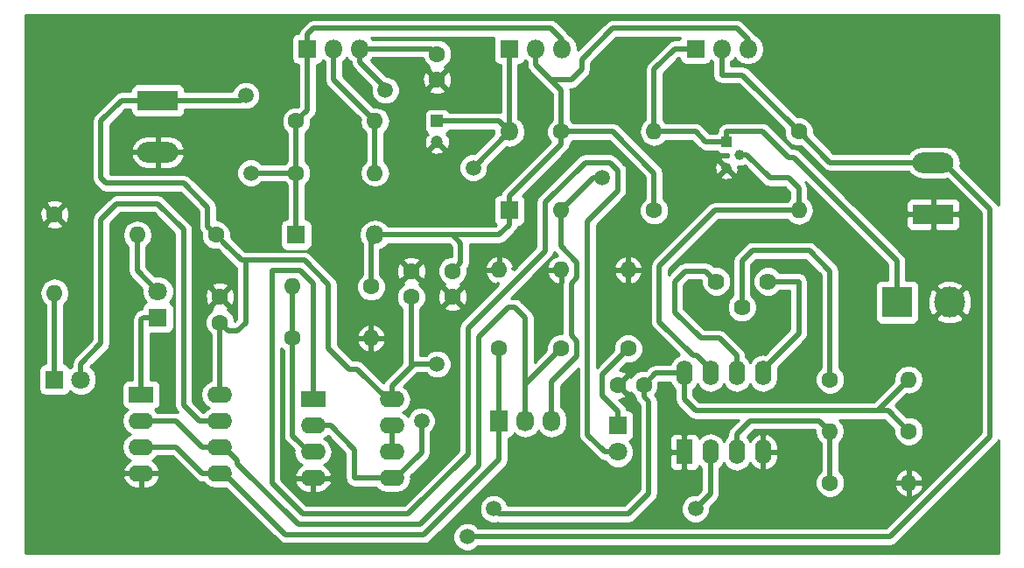
<source format=gbr>
G04 #@! TF.GenerationSoftware,KiCad,Pcbnew,(2017-06-12 revision 8590a2299)-makepkg*
G04 #@! TF.CreationDate,2017-08-12T10:10:15+02:00*
G04 #@! TF.ProjectId,Small psu,536D616C6C207073752E6B696361645F,rev?*
G04 #@! TF.FileFunction,Copper,L2,Bot,Signal*
G04 #@! TF.FilePolarity,Positive*
%FSLAX46Y46*%
G04 Gerber Fmt 4.6, Leading zero omitted, Abs format (unit mm)*
G04 Created by KiCad (PCBNEW (2017-06-12 revision 8590a2299)-makepkg) date 08/12/17 10:10:15*
%MOMM*%
%LPD*%
G01*
G04 APERTURE LIST*
%ADD10C,0.100000*%
%ADD11C,3.000000*%
%ADD12R,3.000000X3.000000*%
%ADD13C,1.600000*%
%ADD14C,1.200000*%
%ADD15R,1.200000X1.200000*%
%ADD16O,1.800000X1.800000*%
%ADD17R,1.800000X1.800000*%
%ADD18C,1.800000*%
%ADD19O,1.730000X2.030000*%
%ADD20R,1.730000X2.030000*%
%ADD21O,3.960000X1.980000*%
%ADD22R,3.960000X1.980000*%
%ADD23R,1.000000X1.000000*%
%ADD24C,1.000000*%
%ADD25O,1.600000X1.600000*%
%ADD26C,1.620000*%
%ADD27O,2.400000X1.600000*%
%ADD28R,2.400000X1.600000*%
%ADD29R,1.600000X2.400000*%
%ADD30O,1.600000X2.400000*%
%ADD31C,1.500000*%
%ADD32C,0.500000*%
%ADD33C,0.254000*%
G04 APERTURE END LIST*
D10*
D11*
X90080000Y25000000D03*
D12*
X85000000Y25000000D03*
D13*
X40500000Y46500000D03*
X40500000Y49000000D03*
X19500000Y23000000D03*
X19500000Y25500000D03*
D14*
X40500000Y40500000D03*
D15*
X40500000Y42500000D03*
D13*
X58000000Y17000000D03*
X60500000Y17000000D03*
X42000000Y25500000D03*
X42000000Y28000000D03*
X38000000Y25500000D03*
X38000000Y28000000D03*
D16*
X34500000Y31500000D03*
D17*
X26880000Y31500000D03*
D18*
X58000000Y10500000D03*
D17*
X58000000Y13040000D03*
X13500000Y23500000D03*
D18*
X13500000Y26040000D03*
X6040000Y17500000D03*
D17*
X3500000Y17500000D03*
X47500000Y33880000D03*
D16*
X47500000Y41500000D03*
D19*
X51580000Y13500000D03*
X49040000Y13500000D03*
D20*
X46500000Y13500000D03*
D21*
X13500000Y39500000D03*
D22*
X13500000Y44500000D03*
X88500000Y33500000D03*
D21*
X88500000Y38500000D03*
D23*
X68500000Y40500000D03*
D24*
X68500000Y37960000D03*
X69770000Y39230000D03*
D17*
X65500000Y49500000D03*
D16*
X68040000Y49500000D03*
X70580000Y49500000D03*
D25*
X11500000Y31500000D03*
D13*
X19120000Y31500000D03*
D25*
X34500000Y37500000D03*
D13*
X26880000Y37500000D03*
D25*
X46500000Y28120000D03*
D13*
X46500000Y20500000D03*
X52500000Y20500000D03*
D25*
X52500000Y28120000D03*
D13*
X52500000Y41500000D03*
D25*
X52500000Y33880000D03*
D13*
X3500000Y33500000D03*
D25*
X3500000Y25880000D03*
X26500000Y26500000D03*
D13*
X34120000Y26500000D03*
X26500000Y21500000D03*
D25*
X34120000Y21500000D03*
X61500000Y41500000D03*
D13*
X61500000Y33880000D03*
X78500000Y17500000D03*
D25*
X86120000Y17500000D03*
X75500000Y33880000D03*
D13*
X75500000Y41500000D03*
D25*
X59000000Y28120000D03*
D13*
X59000000Y20500000D03*
D25*
X78500000Y12500000D03*
D13*
X86120000Y12500000D03*
X78500000Y7500000D03*
D25*
X86120000Y7500000D03*
D13*
X26880000Y42500000D03*
D25*
X34500000Y42500000D03*
D26*
X72500000Y27000000D03*
X70000000Y24500000D03*
X67500000Y27000000D03*
D27*
X19500000Y16040000D03*
X11880000Y8420000D03*
X19500000Y13500000D03*
X11880000Y10960000D03*
X19500000Y10960000D03*
X11880000Y13500000D03*
X19500000Y8420000D03*
D28*
X11880000Y16040000D03*
D16*
X33040000Y49500000D03*
X30500000Y49500000D03*
D17*
X27960000Y49500000D03*
D29*
X64420000Y10500000D03*
D30*
X72040000Y18120000D03*
X66960000Y10500000D03*
X69500000Y18120000D03*
X69500000Y10500000D03*
X66960000Y18120000D03*
X72040000Y10500000D03*
X64420000Y18120000D03*
D16*
X52580000Y49500000D03*
X50040000Y49500000D03*
D17*
X47500000Y49500000D03*
D27*
X36120000Y15580000D03*
X28500000Y7960000D03*
X36120000Y13040000D03*
X28500000Y10500000D03*
X36120000Y10500000D03*
X28500000Y13040000D03*
X36120000Y7960000D03*
D28*
X28500000Y15580000D03*
D31*
X40500000Y19000000D03*
X46000000Y5000000D03*
X22000000Y45000000D03*
X35500000Y45500000D03*
X56500000Y37000000D03*
X44000000Y38000000D03*
X26880000Y37500000D03*
X22500000Y37500000D03*
X65500000Y5000000D03*
X38999990Y13500000D03*
X43419416Y2298080D03*
D32*
X40500000Y19000000D02*
X38240000Y19000000D01*
X38240000Y19000000D02*
X38000000Y18760000D01*
X59000000Y4500000D02*
X46500000Y4500000D01*
X46500000Y4500000D02*
X46000000Y5000000D01*
X61000000Y6500000D02*
X59000000Y4500000D01*
X61000000Y15368630D02*
X61000000Y6500000D01*
X60500000Y17000000D02*
X60500000Y15868630D01*
X60500000Y15868630D02*
X61000000Y15368630D01*
X16000000Y36500000D02*
X8500000Y36500000D01*
X22000000Y45000000D02*
X21500000Y44500000D01*
X21500000Y44500000D02*
X13500000Y44500000D01*
X35767208Y45500000D02*
X35500000Y45500000D01*
X33040000Y49500000D02*
X33040000Y48227208D01*
X33040000Y48227208D02*
X35767208Y45500000D01*
X27658219Y29050012D02*
X22000000Y29050012D01*
X22000000Y29050012D02*
X21569988Y29050012D01*
X21200001Y22200001D02*
X22000000Y23000000D01*
X22000000Y23000000D02*
X22000000Y29050012D01*
X19500000Y23000000D02*
X20299999Y22200001D01*
X20299999Y22200001D02*
X21200001Y22200001D01*
X19500000Y16040000D02*
X19500000Y23000000D01*
X19919999Y30700001D02*
X19120000Y31500000D01*
X30000000Y20500000D02*
X30000000Y26708231D01*
X32800000Y18500000D02*
X32000000Y18500000D01*
X21569988Y29050012D02*
X19919999Y30700001D01*
X32000000Y18500000D02*
X30000000Y20500000D01*
X35720000Y15580000D02*
X32800000Y18500000D01*
X36120000Y15580000D02*
X35720000Y15580000D01*
X30000000Y26708231D02*
X27658219Y29050012D01*
X38000000Y18760000D02*
X38000000Y25500000D01*
X36120000Y15580000D02*
X36120000Y16880000D01*
X36120000Y16880000D02*
X38000000Y18760000D01*
X8000000Y42500000D02*
X10000000Y44500000D01*
X10000000Y44500000D02*
X13500000Y44500000D01*
X8000000Y37000000D02*
X8000000Y42500000D01*
X8500000Y36500000D02*
X8000000Y37000000D01*
X18320001Y34179999D02*
X16000000Y36500000D01*
X19120000Y31500000D02*
X18320001Y32299999D01*
X18320001Y32299999D02*
X18320001Y34179999D01*
X33040000Y49500000D02*
X40000000Y49500000D01*
X40000000Y49500000D02*
X40500000Y49000000D01*
X64420000Y18120000D02*
X61620000Y18120000D01*
X61620000Y18120000D02*
X60500000Y17000000D01*
X19500000Y31120000D02*
X19120000Y31500000D01*
X83120000Y14500000D02*
X84120000Y14500000D01*
X84120000Y14500000D02*
X86120000Y12500000D01*
X65500000Y14500000D02*
X64420000Y15580000D01*
X64420000Y15580000D02*
X64420000Y18120000D01*
X83120000Y14500000D02*
X65500000Y14500000D01*
X86120000Y17500000D02*
X83120000Y14500000D01*
X55620000Y37000000D02*
X56500000Y37000000D01*
X52500000Y33880000D02*
X55620000Y37000000D01*
X47500000Y41500000D02*
X44000000Y38000000D01*
X52500000Y30414002D02*
X52500000Y32748630D01*
X54050001Y28864001D02*
X52500000Y30414002D01*
X54050001Y21244001D02*
X53499989Y21794013D01*
X54050001Y19755999D02*
X54050001Y21244001D01*
X51580000Y17285998D02*
X54050001Y19755999D01*
X53499989Y26825987D02*
X54050001Y27375999D01*
X51580000Y13500000D02*
X51580000Y17285998D01*
X53499989Y21794013D02*
X53499989Y26825987D01*
X52500000Y32748630D02*
X52500000Y33880000D01*
X54050001Y27375999D02*
X54050001Y28864001D01*
X40500000Y42500000D02*
X46500000Y42500000D01*
X46500000Y42500000D02*
X47500000Y41500000D01*
X47500000Y41500000D02*
X47500000Y49500000D01*
X34500000Y31500000D02*
X42000000Y31500000D01*
X42000000Y31500000D02*
X46520000Y31500000D01*
X42000000Y28000000D02*
X42799999Y28799999D01*
X42799999Y28799999D02*
X42799999Y30700001D01*
X42799999Y30700001D02*
X42000000Y31500000D01*
X34120000Y26500000D02*
X34120000Y31120000D01*
X34120000Y31120000D02*
X34500000Y31500000D01*
X46520000Y31500000D02*
X47500000Y32480000D01*
X47500000Y32480000D02*
X47500000Y33880000D01*
X47500000Y33880000D02*
X47500000Y35280000D01*
X47500000Y35280000D02*
X52500000Y40280000D01*
X52500000Y40280000D02*
X52500000Y41500000D01*
X57500000Y41500000D02*
X52500000Y41500000D01*
X61500000Y37500000D02*
X57500000Y41500000D01*
X61500000Y33880000D02*
X61500000Y37500000D01*
X51500000Y46500000D02*
X50500000Y47500000D01*
X50500000Y47500000D02*
X50040000Y47960000D01*
X52500000Y41500000D02*
X52500000Y45500000D01*
X52500000Y45500000D02*
X50500000Y47500000D01*
X70580000Y49500000D02*
X70580000Y50420000D01*
X70580000Y50420000D02*
X69500000Y51500000D01*
X69500000Y51500000D02*
X57500000Y51500000D01*
X53500000Y46500000D02*
X51500000Y46500000D01*
X57500000Y51500000D02*
X54500000Y48500000D01*
X50040000Y47960000D02*
X50040000Y49500000D01*
X54500000Y48500000D02*
X54500000Y47500000D01*
X54500000Y47500000D02*
X53500000Y46500000D01*
X22500000Y37500000D02*
X26880000Y37500000D01*
X66960000Y10500000D02*
X66960000Y6460000D01*
X66960000Y6460000D02*
X65500000Y5000000D01*
X27960000Y49500000D02*
X27960000Y43580000D01*
X27960000Y43580000D02*
X26880000Y42500000D01*
X26880000Y31500000D02*
X26880000Y37500000D01*
X26880000Y37500000D02*
X26880000Y42500000D01*
X27960000Y49500000D02*
X27960000Y50900000D01*
X27960000Y50900000D02*
X28560000Y51500000D01*
X28560000Y51500000D02*
X51500000Y51500000D01*
X51500000Y51500000D02*
X52580000Y50420000D01*
X52580000Y50420000D02*
X52580000Y49500000D01*
X24550001Y28050001D02*
X27244001Y28050001D01*
X50949999Y34624001D02*
X50949999Y29949999D01*
X24550001Y7449999D02*
X24550001Y28050001D01*
X54826000Y38500002D02*
X50949999Y34624001D01*
X43500001Y22500001D02*
X43500001Y10279999D01*
X27500000Y4500000D02*
X24550001Y7449999D01*
X37720002Y4500000D02*
X27500000Y4500000D01*
X28500000Y26794002D02*
X28500000Y15580000D01*
X57220002Y38500002D02*
X54826000Y38500002D01*
X58000002Y35779998D02*
X58000002Y37720002D01*
X58000002Y37720002D02*
X57220002Y38500002D01*
X58000000Y10500000D02*
X56727208Y10500000D01*
X55050012Y32830008D02*
X58000002Y35779998D01*
X50949999Y29949999D02*
X43500001Y22500001D01*
X27244001Y28050001D02*
X28500000Y26794002D01*
X43500001Y10279999D02*
X37720002Y4500000D01*
X56727208Y10500000D02*
X55050012Y12177196D01*
X55050012Y12177196D02*
X55050012Y32830008D01*
X58000000Y13040000D02*
X58000000Y14440000D01*
X56449999Y15990001D02*
X56449999Y17949999D01*
X58000000Y14440000D02*
X56449999Y15990001D01*
X56449999Y17949999D02*
X58200001Y19700001D01*
X58200001Y19700001D02*
X59000000Y20500000D01*
X11880000Y16040000D02*
X11880000Y23280000D01*
X11880000Y23280000D02*
X12100000Y23500000D01*
X12100000Y23500000D02*
X13500000Y23500000D01*
X11500000Y31500000D02*
X11500000Y28040000D01*
X11500000Y28040000D02*
X13500000Y26040000D01*
X6040000Y17500000D02*
X6040000Y19040000D01*
X6040000Y19040000D02*
X8000000Y21000000D01*
X8000000Y21000000D02*
X8000000Y33000000D01*
X8000000Y33000000D02*
X9500000Y34500000D01*
X9500000Y34500000D02*
X13500000Y34500000D01*
X13500000Y34500000D02*
X16000000Y32000000D01*
X16000000Y32000000D02*
X16000000Y15000000D01*
X16000000Y15000000D02*
X17500000Y13500000D01*
X17500000Y13500000D02*
X19500000Y13500000D01*
X3500000Y25880000D02*
X3500000Y17500000D01*
X25820022Y2499978D02*
X19900000Y8420000D01*
X19900000Y8420000D02*
X19500000Y8420000D01*
X46500000Y13500000D02*
X46500000Y9757315D01*
X39242663Y2499978D02*
X25820022Y2499978D01*
X46500000Y9757315D02*
X39242663Y2499978D01*
X15220000Y11000000D02*
X15180000Y10960000D01*
X15180000Y10960000D02*
X11880000Y10960000D01*
X19500000Y8420000D02*
X17800000Y8420000D01*
X17800000Y8420000D02*
X15220000Y11000000D01*
X19500000Y8420000D02*
X19100000Y8420000D01*
X46500000Y20500000D02*
X46500000Y13500000D01*
X75000000Y39000000D02*
X85000000Y29000000D01*
X85000000Y29000000D02*
X85000000Y25000000D01*
X74500000Y39000000D02*
X75000000Y39000000D01*
X68500000Y41500000D02*
X72000000Y41500000D01*
X72000000Y41500000D02*
X74500000Y39000000D01*
X68500000Y40500000D02*
X68500000Y41500000D01*
X66500000Y40500000D02*
X65500000Y41500000D01*
X65500000Y41500000D02*
X61500000Y41500000D01*
X68500000Y40500000D02*
X66500000Y40500000D01*
X61500000Y47500000D02*
X63500000Y49500000D01*
X63500000Y49500000D02*
X65500000Y49500000D01*
X61500000Y41500000D02*
X61500000Y47500000D01*
X74368630Y33880000D02*
X75500000Y33880000D01*
X67380000Y33880000D02*
X74368630Y33880000D01*
X61999990Y28499990D02*
X67380000Y33880000D01*
X61999990Y23085781D02*
X61999990Y28499990D01*
X65265771Y19820000D02*
X61999990Y23085781D01*
X65660000Y19820000D02*
X65265771Y19820000D01*
X66960000Y18520000D02*
X65660000Y19820000D01*
X66960000Y18120000D02*
X66960000Y18520000D01*
X74500000Y37000000D02*
X75500000Y36000000D01*
X75500000Y36000000D02*
X75500000Y33880000D01*
X72707106Y37000000D02*
X74500000Y37000000D01*
X69770000Y39230000D02*
X70477106Y39230000D01*
X70477106Y39230000D02*
X72707106Y37000000D01*
X70150000Y39230000D02*
X69770000Y39230000D01*
X36520000Y7960000D02*
X38999990Y10439990D01*
X38999990Y10439990D02*
X38999990Y12439340D01*
X36120000Y7960000D02*
X36520000Y7960000D01*
X38999990Y12439340D02*
X38999990Y13500000D01*
X44480076Y2298080D02*
X43419416Y2298080D01*
X84298080Y2298080D02*
X44480076Y2298080D01*
X94000000Y12000000D02*
X84298080Y2298080D01*
X94000000Y33990000D02*
X94000000Y12000000D01*
X88500000Y38500000D02*
X89490000Y38500000D01*
X89490000Y38500000D02*
X94000000Y33990000D01*
X32500000Y8000000D02*
X32540000Y7960000D01*
X32540000Y7960000D02*
X36120000Y7960000D01*
X32500000Y10740000D02*
X32500000Y8000000D01*
X28500000Y13040000D02*
X30200000Y13040000D01*
X30200000Y13040000D02*
X32500000Y10740000D01*
X88500000Y38500000D02*
X78500000Y38500000D01*
X78500000Y38500000D02*
X75500000Y41500000D01*
X68040000Y46960000D02*
X70040000Y46960000D01*
X70040000Y46960000D02*
X75500000Y41500000D01*
X68040000Y49500000D02*
X68040000Y46960000D01*
X34500000Y42500000D02*
X30500000Y46500000D01*
X30500000Y46500000D02*
X30500000Y49500000D01*
X34500000Y42500000D02*
X34500000Y37500000D01*
X49040000Y13500000D02*
X49040000Y23460000D01*
X49040000Y23460000D02*
X48000000Y24500000D01*
X21200000Y9385771D02*
X21200000Y9660000D01*
X47414002Y24500000D02*
X44500031Y21586029D01*
X27085782Y3499989D02*
X21200000Y9385771D01*
X44500031Y21586029D02*
X44500031Y9171575D01*
X44500031Y9171575D02*
X38828445Y3499989D01*
X38828445Y3499989D02*
X27085782Y3499989D01*
X48000000Y24500000D02*
X47414002Y24500000D01*
X21200000Y9660000D02*
X19900000Y10960000D01*
X19900000Y10960000D02*
X19500000Y10960000D01*
X13580000Y13500000D02*
X11880000Y13500000D01*
X17800000Y10960000D02*
X15260000Y13500000D01*
X15260000Y13500000D02*
X13580000Y13500000D01*
X19500000Y10960000D02*
X17800000Y10960000D01*
X49040000Y13500000D02*
X49040000Y17040000D01*
X49040000Y17040000D02*
X52500000Y20500000D01*
X26500000Y12100000D02*
X26500000Y20368630D01*
X28500000Y10500000D02*
X28100000Y10500000D01*
X26500000Y20368630D02*
X26500000Y21500000D01*
X28100000Y10500000D02*
X26500000Y12100000D01*
X26500000Y26500000D02*
X26500000Y25368630D01*
X26500000Y25368630D02*
X26500000Y21500000D01*
X78500000Y28000000D02*
X78500000Y17500000D01*
X76500000Y30000000D02*
X78500000Y28000000D01*
X71000000Y30000000D02*
X76500000Y30000000D01*
X70000000Y29000000D02*
X71000000Y30000000D01*
X70000000Y24500000D02*
X70000000Y29000000D01*
X78500000Y7500000D02*
X78500000Y12500000D01*
X70800000Y13500000D02*
X77500000Y13500000D01*
X77500000Y13500000D02*
X78500000Y12500000D01*
X69500000Y10500000D02*
X69500000Y12200000D01*
X69500000Y12200000D02*
X70800000Y13500000D01*
X69500000Y10500000D02*
X69500000Y10900000D01*
X72500000Y27000000D02*
X75500000Y27000000D01*
X75500000Y27000000D02*
X75500000Y21980000D01*
X75500000Y21980000D02*
X72040000Y18520000D01*
X72040000Y18520000D02*
X72040000Y18120000D01*
X64500000Y28000000D02*
X66500000Y28000000D01*
X66500000Y28000000D02*
X67500000Y27000000D01*
X63500000Y27000000D02*
X64500000Y28000000D01*
X63500000Y24000000D02*
X63500000Y27000000D01*
X66000000Y21500000D02*
X63500000Y24000000D01*
X67820000Y21500000D02*
X66000000Y21500000D01*
X69500000Y18120000D02*
X69500000Y19820000D01*
X69500000Y19820000D02*
X67820000Y21500000D01*
X36120000Y13040000D02*
X36120000Y10500000D01*
D33*
G36*
X94790000Y34370031D02*
X94728303Y34462367D01*
X94625790Y34615790D01*
X94625787Y34615792D01*
X91095777Y38145803D01*
X91166231Y38500000D01*
X91042535Y39121861D01*
X90690280Y39649049D01*
X90163092Y40001304D01*
X89541231Y40125000D01*
X87458769Y40125000D01*
X86836908Y40001304D01*
X86309720Y39649049D01*
X86133288Y39385000D01*
X78866579Y39385000D01*
X76934840Y41316740D01*
X76935248Y41784187D01*
X76717243Y42311800D01*
X76313923Y42715824D01*
X75786691Y42934750D01*
X75316419Y42935160D01*
X70665790Y47585790D01*
X70521251Y47682367D01*
X70378675Y47777633D01*
X70322484Y47788810D01*
X70040000Y47845001D01*
X70039995Y47845000D01*
X68925000Y47845000D01*
X68925000Y48260589D01*
X69155481Y48414591D01*
X69310000Y48645845D01*
X69464519Y48414591D01*
X69962509Y48081845D01*
X70549928Y47965000D01*
X70610072Y47965000D01*
X71197491Y48081845D01*
X71695481Y48414591D01*
X72028227Y48912581D01*
X72145072Y49500000D01*
X72028227Y50087419D01*
X71695481Y50585409D01*
X71366551Y50805193D01*
X71205790Y51045790D01*
X71205787Y51045792D01*
X70125790Y52125790D01*
X69838675Y52317633D01*
X69782484Y52328810D01*
X69500000Y52385001D01*
X69499995Y52385000D01*
X57500005Y52385000D01*
X57500000Y52385001D01*
X57217516Y52328810D01*
X57161325Y52317633D01*
X56874210Y52125790D01*
X56874208Y52125787D01*
X54119410Y49370990D01*
X54145072Y49500000D01*
X54028227Y50087419D01*
X53695481Y50585409D01*
X53366551Y50805193D01*
X53205790Y51045790D01*
X53205787Y51045792D01*
X52125790Y52125790D01*
X51838675Y52317633D01*
X51782484Y52328810D01*
X51500000Y52385001D01*
X51499995Y52385000D01*
X28560005Y52385000D01*
X28560000Y52385001D01*
X28221325Y52317633D01*
X27934210Y52125790D01*
X27934208Y52125787D01*
X27334210Y51525790D01*
X27142367Y51238675D01*
X27142367Y51238674D01*
X27104327Y51047440D01*
X27060000Y51047440D01*
X26812235Y50998157D01*
X26602191Y50857809D01*
X26461843Y50647765D01*
X26412560Y50400000D01*
X26412560Y48600000D01*
X26461843Y48352235D01*
X26602191Y48142191D01*
X26812235Y48001843D01*
X27060000Y47952560D01*
X27075000Y47952560D01*
X27075000Y43946579D01*
X27063261Y43934840D01*
X26595813Y43935248D01*
X26068200Y43717243D01*
X25664176Y43313923D01*
X25445250Y42786691D01*
X25444752Y42215813D01*
X25662757Y41688200D01*
X25995000Y41355377D01*
X25995000Y38644171D01*
X25735377Y38385000D01*
X23573523Y38385000D01*
X23285564Y38673461D01*
X22776702Y38884759D01*
X22225715Y38885240D01*
X21716485Y38674831D01*
X21326539Y38285564D01*
X21115241Y37776702D01*
X21114760Y37225715D01*
X21325169Y36716485D01*
X21714436Y36326539D01*
X22223298Y36115241D01*
X22774285Y36114760D01*
X23283515Y36325169D01*
X23573852Y36615000D01*
X25735829Y36615000D01*
X25995000Y36355377D01*
X25995000Y33047440D01*
X25980000Y33047440D01*
X25732235Y32998157D01*
X25522191Y32857809D01*
X25381843Y32647765D01*
X25332560Y32400000D01*
X25332560Y30600000D01*
X25381843Y30352235D01*
X25522191Y30142191D01*
X25732235Y30001843D01*
X25980000Y29952560D01*
X27780000Y29952560D01*
X28027765Y30001843D01*
X28237809Y30142191D01*
X28378157Y30352235D01*
X28427440Y30600000D01*
X28427440Y32400000D01*
X28378157Y32647765D01*
X28237809Y32857809D01*
X28027765Y32998157D01*
X27780000Y33047440D01*
X27765000Y33047440D01*
X27765000Y36355829D01*
X28095824Y36686077D01*
X28314750Y37213309D01*
X28315248Y37784187D01*
X28097243Y38311800D01*
X27765000Y38644623D01*
X27765000Y41355829D01*
X28095824Y41686077D01*
X28314750Y42213309D01*
X28315160Y42683581D01*
X28585787Y42954208D01*
X28585790Y42954210D01*
X28777633Y43241325D01*
X28792812Y43317633D01*
X28845001Y43580000D01*
X28845000Y43580005D01*
X28845000Y47952560D01*
X28860000Y47952560D01*
X29107765Y48001843D01*
X29317809Y48142191D01*
X29458157Y48352235D01*
X29460466Y48363845D01*
X29615000Y48260589D01*
X29615000Y46500005D01*
X29614999Y46500000D01*
X29651275Y46317633D01*
X29682367Y46161325D01*
X29825033Y45947809D01*
X29874210Y45874210D01*
X33071983Y42676438D01*
X33036887Y42500000D01*
X33146120Y41950849D01*
X33457189Y41485302D01*
X33615000Y41379856D01*
X33615000Y38620144D01*
X33457189Y38514698D01*
X33146120Y38049151D01*
X33036887Y37500000D01*
X33146120Y36950849D01*
X33457189Y36485302D01*
X33922736Y36174233D01*
X34471887Y36065000D01*
X34528113Y36065000D01*
X35077264Y36174233D01*
X35542811Y36485302D01*
X35853880Y36950849D01*
X35963113Y37500000D01*
X35853880Y38049151D01*
X35542811Y38514698D01*
X35385000Y38620144D01*
X35385000Y39637265D01*
X39816870Y39637265D01*
X39866383Y39411836D01*
X40331036Y39252193D01*
X40821413Y39282518D01*
X41133617Y39411836D01*
X41183130Y39637265D01*
X40500000Y40320395D01*
X39816870Y39637265D01*
X35385000Y39637265D01*
X35385000Y41379856D01*
X35542811Y41485302D01*
X35853880Y41950849D01*
X35963113Y42500000D01*
X35853880Y43049151D01*
X35542811Y43514698D01*
X35077264Y43825767D01*
X34528113Y43935000D01*
X34471887Y43935000D01*
X34342346Y43909233D01*
X31385000Y46866580D01*
X31385000Y48260589D01*
X31615481Y48414591D01*
X31770000Y48645845D01*
X31924519Y48414591D01*
X32155000Y48260589D01*
X32155000Y48227213D01*
X32154999Y48227208D01*
X32199828Y48001843D01*
X32222367Y47888533D01*
X32360122Y47682367D01*
X32414210Y47601418D01*
X34151531Y45864098D01*
X34115241Y45776702D01*
X34114760Y45225715D01*
X34325169Y44716485D01*
X34714436Y44326539D01*
X35223298Y44115241D01*
X35774285Y44114760D01*
X36283515Y44325169D01*
X36673461Y44714436D01*
X36884759Y45223298D01*
X36884993Y45492255D01*
X39671861Y45492255D01*
X39745995Y45246136D01*
X40283223Y45053035D01*
X40853454Y45080222D01*
X41254005Y45246136D01*
X41328139Y45492255D01*
X40500000Y46320395D01*
X39671861Y45492255D01*
X36884993Y45492255D01*
X36885240Y45774285D01*
X36674831Y46283515D01*
X36285564Y46673461D01*
X36181248Y46716777D01*
X39053035Y46716777D01*
X39080222Y46146546D01*
X39246136Y45745995D01*
X39492255Y45671861D01*
X40320395Y46500000D01*
X40679605Y46500000D01*
X41507745Y45671861D01*
X41753864Y45745995D01*
X41946965Y46283223D01*
X41919778Y46853454D01*
X41753864Y47254005D01*
X41507745Y47328139D01*
X40679605Y46500000D01*
X40320395Y46500000D01*
X39492255Y47328139D01*
X39246136Y47254005D01*
X39053035Y46716777D01*
X36181248Y46716777D01*
X35776702Y46884759D01*
X35633904Y46884884D01*
X34124738Y48394049D01*
X34155481Y48414591D01*
X34289390Y48615000D01*
X39106407Y48615000D01*
X39282757Y48188200D01*
X39686077Y47784176D01*
X39752544Y47756577D01*
X39745995Y47753864D01*
X39671861Y47507745D01*
X40500000Y46679605D01*
X41328139Y47507745D01*
X41254005Y47753864D01*
X41247517Y47756196D01*
X41311800Y47782757D01*
X41715824Y48186077D01*
X41934750Y48713309D01*
X41935248Y49284187D01*
X41717243Y49811800D01*
X41313923Y50215824D01*
X40786691Y50434750D01*
X40215813Y50435248D01*
X40063592Y50372352D01*
X40000000Y50385001D01*
X39999995Y50385000D01*
X34289390Y50385000D01*
X34155481Y50585409D01*
X34111195Y50615000D01*
X45995326Y50615000D01*
X45952560Y50400000D01*
X45952560Y48600000D01*
X46001843Y48352235D01*
X46142191Y48142191D01*
X46352235Y48001843D01*
X46600000Y47952560D01*
X46615000Y47952560D01*
X46615000Y43362126D01*
X46500000Y43385001D01*
X46499995Y43385000D01*
X41673277Y43385000D01*
X41557809Y43557809D01*
X41347765Y43698157D01*
X41100000Y43747440D01*
X39900000Y43747440D01*
X39652235Y43698157D01*
X39442191Y43557809D01*
X39301843Y43347765D01*
X39252560Y43100000D01*
X39252560Y41900000D01*
X39301843Y41652235D01*
X39442191Y41442191D01*
X39575718Y41352970D01*
X39521570Y41298822D01*
X39637263Y41183129D01*
X39411836Y41133617D01*
X39252193Y40668964D01*
X39282518Y40178587D01*
X39411836Y39866383D01*
X39637265Y39816870D01*
X40320395Y40500000D01*
X40306253Y40514142D01*
X40485858Y40693747D01*
X40500000Y40679605D01*
X40514143Y40693747D01*
X40693748Y40514142D01*
X40679605Y40500000D01*
X41362735Y39816870D01*
X41588164Y39866383D01*
X41747807Y40331036D01*
X41717482Y40821413D01*
X41588164Y41133617D01*
X41362737Y41183129D01*
X41478430Y41298822D01*
X41424282Y41352970D01*
X41557809Y41442191D01*
X41673277Y41615000D01*
X45981893Y41615000D01*
X45965000Y41530072D01*
X45965000Y41469928D01*
X46007033Y41258613D01*
X44133304Y39384884D01*
X43725715Y39385240D01*
X43216485Y39174831D01*
X42826539Y38785564D01*
X42615241Y38276702D01*
X42614760Y37725715D01*
X42825169Y37216485D01*
X43214436Y36826539D01*
X43723298Y36615241D01*
X44274285Y36614760D01*
X44783515Y36825169D01*
X45173461Y37214436D01*
X45384759Y37723298D01*
X45385117Y38133537D01*
X47238519Y39986940D01*
X47500000Y39934928D01*
X48087419Y40051773D01*
X48585409Y40384519D01*
X48918155Y40882509D01*
X49035000Y41469928D01*
X49035000Y41530072D01*
X48918155Y42117491D01*
X48585409Y42615481D01*
X48385000Y42749390D01*
X48385000Y47952560D01*
X48400000Y47952560D01*
X48647765Y48001843D01*
X48857809Y48142191D01*
X48998157Y48352235D01*
X49000466Y48363845D01*
X49155000Y48260589D01*
X49155000Y47960005D01*
X49154999Y47960000D01*
X49190256Y47782757D01*
X49222367Y47621325D01*
X49408866Y47342208D01*
X49414210Y47334210D01*
X49874208Y46874213D01*
X49874210Y46874210D01*
X50874209Y45874212D01*
X50874210Y45874210D01*
X50874212Y45874209D01*
X51615000Y45133421D01*
X51615000Y42644171D01*
X51284176Y42313923D01*
X51065250Y41786691D01*
X51064752Y41215813D01*
X51282757Y40688200D01*
X51469526Y40501105D01*
X46874210Y35905790D01*
X46682367Y35618675D01*
X46682367Y35618674D01*
X46644327Y35427440D01*
X46600000Y35427440D01*
X46352235Y35378157D01*
X46142191Y35237809D01*
X46001843Y35027765D01*
X45952560Y34780000D01*
X45952560Y32980000D01*
X46001843Y32732235D01*
X46142191Y32522191D01*
X46231162Y32462742D01*
X46153420Y32385000D01*
X42000005Y32385000D01*
X42000000Y32385001D01*
X41999995Y32385000D01*
X35749390Y32385000D01*
X35615481Y32585409D01*
X35117491Y32918155D01*
X34530072Y33035000D01*
X34469928Y33035000D01*
X33882509Y32918155D01*
X33384519Y32585409D01*
X33051773Y32087419D01*
X32934928Y31500000D01*
X33051773Y30912581D01*
X33235000Y30638362D01*
X33235000Y27644171D01*
X32904176Y27313923D01*
X32685250Y26786691D01*
X32684752Y26215813D01*
X32902757Y25688200D01*
X33306077Y25284176D01*
X33833309Y25065250D01*
X34404187Y25064752D01*
X34931800Y25282757D01*
X35335824Y25686077D01*
X35554750Y26213309D01*
X35555248Y26784187D01*
X35337243Y27311800D01*
X35005000Y27644623D01*
X35005000Y28216777D01*
X36553035Y28216777D01*
X36580222Y27646546D01*
X36746136Y27245995D01*
X36992255Y27171861D01*
X37820395Y28000000D01*
X38179605Y28000000D01*
X39007745Y27171861D01*
X39253864Y27245995D01*
X39446965Y27783223D01*
X39419778Y28353454D01*
X39253864Y28754005D01*
X39007745Y28828139D01*
X38179605Y28000000D01*
X37820395Y28000000D01*
X36992255Y28828139D01*
X36746136Y28754005D01*
X36553035Y28216777D01*
X35005000Y28216777D01*
X35005000Y29007745D01*
X37171861Y29007745D01*
X38000000Y28179605D01*
X38828139Y29007745D01*
X38754005Y29253864D01*
X38216777Y29446965D01*
X37646546Y29419778D01*
X37245995Y29253864D01*
X37171861Y29007745D01*
X35005000Y29007745D01*
X35005000Y30059469D01*
X35117491Y30081845D01*
X35615481Y30414591D01*
X35749390Y30615000D01*
X41633420Y30615000D01*
X41914999Y30333422D01*
X41914999Y29435074D01*
X41715813Y29435248D01*
X41188200Y29217243D01*
X40784176Y28813923D01*
X40565250Y28286691D01*
X40564752Y27715813D01*
X40782757Y27188200D01*
X41186077Y26784176D01*
X41252544Y26756577D01*
X41245995Y26753864D01*
X41171861Y26507745D01*
X42000000Y25679605D01*
X42828139Y26507745D01*
X42754005Y26753864D01*
X42747517Y26756196D01*
X42811800Y26782757D01*
X43215824Y27186077D01*
X43434750Y27713309D01*
X43435164Y28188240D01*
X43617632Y28461324D01*
X43619167Y28469041D01*
X45108086Y28469041D01*
X45229371Y28247000D01*
X46373000Y28247000D01*
X46373000Y29389915D01*
X46150961Y29511904D01*
X45762577Y29351041D01*
X45347611Y28975134D01*
X45108086Y28469041D01*
X43619167Y28469041D01*
X43684999Y28799999D01*
X43684999Y30615000D01*
X46519995Y30615000D01*
X46520000Y30614999D01*
X46802484Y30671190D01*
X46858675Y30682367D01*
X47145790Y30874210D01*
X47145791Y30874211D01*
X48125787Y31854208D01*
X48125790Y31854210D01*
X48317633Y32141325D01*
X48355672Y32332560D01*
X48400000Y32332560D01*
X48647765Y32381843D01*
X48857809Y32522191D01*
X48998157Y32732235D01*
X49047440Y32980000D01*
X49047440Y34780000D01*
X48998157Y35027765D01*
X48857809Y35237809D01*
X48768838Y35297258D01*
X53125787Y39654208D01*
X53125790Y39654210D01*
X53317633Y39941325D01*
X53339603Y40051773D01*
X53385001Y40280000D01*
X53385000Y40280005D01*
X53385000Y40355829D01*
X53644623Y40615000D01*
X57133420Y40615000D01*
X60615000Y37133421D01*
X60615000Y35024171D01*
X60284176Y34693923D01*
X60065250Y34166691D01*
X60064752Y33595813D01*
X60282757Y33068200D01*
X60686077Y32664176D01*
X61213309Y32445250D01*
X61784187Y32444752D01*
X62311800Y32662757D01*
X62715824Y33066077D01*
X62934750Y33593309D01*
X62935248Y34164187D01*
X62717243Y34691800D01*
X62385000Y35024623D01*
X62385000Y37169896D01*
X67889501Y37169896D01*
X67926648Y36954783D01*
X68354972Y36811888D01*
X68805375Y36843783D01*
X69073352Y36954783D01*
X69110499Y37169896D01*
X68500000Y37780395D01*
X67889501Y37169896D01*
X62385000Y37169896D01*
X62385000Y37499995D01*
X62385001Y37500000D01*
X62317633Y37838675D01*
X62293888Y37874212D01*
X62139663Y38105028D01*
X67351888Y38105028D01*
X67383783Y37654625D01*
X67494783Y37386648D01*
X67709896Y37349501D01*
X68320395Y37960000D01*
X67709896Y38570499D01*
X67494783Y38533352D01*
X67351888Y38105028D01*
X62139663Y38105028D01*
X62125790Y38125790D01*
X62125787Y38125792D01*
X58125790Y42125790D01*
X58072606Y42161326D01*
X57838675Y42317633D01*
X57782484Y42328810D01*
X57500000Y42385001D01*
X57499995Y42385000D01*
X53644171Y42385000D01*
X53385000Y42644623D01*
X53385000Y45499995D01*
X53385001Y45500000D01*
X53362126Y45615000D01*
X53499995Y45615000D01*
X53500000Y45614999D01*
X53785858Y45671861D01*
X53838675Y45682367D01*
X54125790Y45874210D01*
X55125787Y46874208D01*
X55125790Y46874210D01*
X55293889Y47125789D01*
X55317634Y47161326D01*
X55385001Y47500000D01*
X55385000Y47500005D01*
X55385000Y48133420D01*
X57866579Y50615000D01*
X63995326Y50615000D01*
X63952560Y50400000D01*
X63952560Y50385000D01*
X63500005Y50385000D01*
X63500000Y50385001D01*
X63161325Y50317633D01*
X62874210Y50125790D01*
X62874208Y50125787D01*
X60874210Y48125790D01*
X60682367Y47838675D01*
X60682367Y47838674D01*
X60614999Y47500000D01*
X60615000Y47499995D01*
X60615000Y42629473D01*
X60485302Y42542811D01*
X60174233Y42077264D01*
X60065000Y41528113D01*
X60065000Y41471887D01*
X60174233Y40922736D01*
X60485302Y40457189D01*
X60950849Y40146120D01*
X61500000Y40036887D01*
X62049151Y40146120D01*
X62514698Y40457189D01*
X62620144Y40615000D01*
X65133420Y40615000D01*
X65874208Y39874213D01*
X65874210Y39874210D01*
X65960026Y39816870D01*
X66161326Y39682366D01*
X66500000Y39614999D01*
X66500005Y39615000D01*
X67493541Y39615000D01*
X67542191Y39542191D01*
X67752235Y39401843D01*
X68000000Y39352560D01*
X68635106Y39352560D01*
X68634892Y39107394D01*
X68194625Y39076217D01*
X67926648Y38965217D01*
X67889501Y38750104D01*
X68500000Y38139605D01*
X68514143Y38153747D01*
X68693748Y37974142D01*
X68679605Y37960000D01*
X69290104Y37349501D01*
X69505217Y37386648D01*
X69648112Y37814972D01*
X69628273Y38095123D01*
X69994775Y38094803D01*
X70253726Y38201800D01*
X72081314Y36374213D01*
X72081316Y36374210D01*
X72317370Y36216485D01*
X72368431Y36182367D01*
X72707106Y36114999D01*
X72707111Y36115000D01*
X74133420Y36115000D01*
X74615000Y35633421D01*
X74615000Y35009473D01*
X74485302Y34922811D01*
X74379856Y34765000D01*
X67380005Y34765000D01*
X67380000Y34765001D01*
X67041325Y34697633D01*
X66754210Y34505790D01*
X66754208Y34505787D01*
X61374200Y29125780D01*
X61182357Y28838665D01*
X61177013Y28811800D01*
X61114989Y28499990D01*
X61114990Y28499985D01*
X61114990Y23085786D01*
X61114989Y23085781D01*
X61161381Y22852560D01*
X61182357Y22747106D01*
X61347466Y22500001D01*
X61374200Y22459991D01*
X63938932Y19895260D01*
X63870849Y19881717D01*
X63405302Y19570648D01*
X63094233Y19105101D01*
X63074322Y19005000D01*
X61620005Y19005000D01*
X61620000Y19005001D01*
X61285010Y18938366D01*
X61281325Y18937633D01*
X60994210Y18745790D01*
X60994208Y18745787D01*
X60683261Y18434840D01*
X60215813Y18435248D01*
X59688200Y18217243D01*
X59284176Y17813923D01*
X59256577Y17747456D01*
X59253864Y17754005D01*
X59007745Y17828139D01*
X58179605Y17000000D01*
X59007745Y16171861D01*
X59253864Y16245995D01*
X59256196Y16252483D01*
X59282757Y16188200D01*
X59618291Y15852080D01*
X59663304Y15625790D01*
X59682367Y15529955D01*
X59793113Y15364211D01*
X59874210Y15242840D01*
X60115000Y15002050D01*
X60115000Y6866579D01*
X58633420Y5385000D01*
X47339494Y5385000D01*
X47174831Y5783515D01*
X46785564Y6173461D01*
X46276702Y6384759D01*
X45725715Y6385240D01*
X45216485Y6174831D01*
X44826539Y5785564D01*
X44615241Y5276702D01*
X44614760Y4725715D01*
X44825169Y4216485D01*
X45214436Y3826539D01*
X45723298Y3615241D01*
X46274285Y3614760D01*
X46348026Y3645229D01*
X46500000Y3614999D01*
X46500005Y3615000D01*
X58999995Y3615000D01*
X59000000Y3614999D01*
X59282484Y3671190D01*
X59338675Y3682367D01*
X59625790Y3874210D01*
X61625787Y5874208D01*
X61625790Y5874210D01*
X61817633Y6161325D01*
X61839589Y6271705D01*
X61885001Y6500000D01*
X61885000Y6500005D01*
X61885000Y10214250D01*
X62985000Y10214250D01*
X62985000Y9173691D01*
X63081673Y8940302D01*
X63260301Y8761673D01*
X63493690Y8665000D01*
X64134250Y8665000D01*
X64293000Y8823750D01*
X64293000Y10373000D01*
X63143750Y10373000D01*
X62985000Y10214250D01*
X61885000Y10214250D01*
X61885000Y11826309D01*
X62985000Y11826309D01*
X62985000Y10785750D01*
X63143750Y10627000D01*
X64293000Y10627000D01*
X64293000Y12176250D01*
X64134250Y12335000D01*
X63493690Y12335000D01*
X63260301Y12238327D01*
X63081673Y12059698D01*
X62985000Y11826309D01*
X61885000Y11826309D01*
X61885000Y15368625D01*
X61885001Y15368630D01*
X61828768Y15651327D01*
X61817633Y15707305D01*
X61625790Y15994420D01*
X61625787Y15994422D01*
X61574855Y16045354D01*
X61715824Y16186077D01*
X61934750Y16713309D01*
X61935160Y17183581D01*
X61986579Y17235000D01*
X63074322Y17235000D01*
X63094233Y17134899D01*
X63405302Y16669352D01*
X63535000Y16582690D01*
X63535000Y15580005D01*
X63534999Y15580000D01*
X63573788Y15385001D01*
X63602367Y15241325D01*
X63743002Y15030849D01*
X63794210Y14954210D01*
X64874208Y13874213D01*
X64874210Y13874210D01*
X65161325Y13682367D01*
X65217516Y13671190D01*
X65500000Y13614999D01*
X65500005Y13615000D01*
X69663421Y13615000D01*
X68874210Y12825790D01*
X68682367Y12538675D01*
X68682367Y12538674D01*
X68614999Y12200000D01*
X68615000Y12199995D01*
X68615000Y12037310D01*
X68485302Y11950648D01*
X68230000Y11568562D01*
X67974698Y11950648D01*
X67509151Y12261717D01*
X66960000Y12370950D01*
X66410849Y12261717D01*
X65945302Y11950648D01*
X65855000Y11815502D01*
X65855000Y11826309D01*
X65758327Y12059698D01*
X65579699Y12238327D01*
X65346310Y12335000D01*
X64705750Y12335000D01*
X64547000Y12176250D01*
X64547000Y10627000D01*
X64567000Y10627000D01*
X64567000Y10373000D01*
X64547000Y10373000D01*
X64547000Y8823750D01*
X64705750Y8665000D01*
X65346310Y8665000D01*
X65579699Y8761673D01*
X65758327Y8940302D01*
X65855000Y9173691D01*
X65855000Y9184498D01*
X65945302Y9049352D01*
X66075000Y8962690D01*
X66075000Y6826579D01*
X65633305Y6384884D01*
X65225715Y6385240D01*
X64716485Y6174831D01*
X64326539Y5785564D01*
X64115241Y5276702D01*
X64114760Y4725715D01*
X64325169Y4216485D01*
X64714436Y3826539D01*
X65223298Y3615241D01*
X65774285Y3614760D01*
X66283515Y3825169D01*
X66673461Y4214436D01*
X66884759Y4723298D01*
X66885117Y5133538D01*
X67585787Y5834208D01*
X67585790Y5834210D01*
X67777633Y6121325D01*
X67809744Y6282757D01*
X67845001Y6460000D01*
X67845000Y6460005D01*
X67845000Y8962690D01*
X67974698Y9049352D01*
X68230000Y9431438D01*
X68485302Y9049352D01*
X68950849Y8738283D01*
X69500000Y8629050D01*
X70049151Y8738283D01*
X70514698Y9049352D01*
X70767507Y9427707D01*
X71115104Y8995500D01*
X71608181Y8725633D01*
X71690961Y8708096D01*
X71913000Y8830085D01*
X71913000Y10373000D01*
X72167000Y10373000D01*
X72167000Y8830085D01*
X72389039Y8708096D01*
X72471819Y8725633D01*
X72964896Y8995500D01*
X73317166Y9433517D01*
X73475000Y9973000D01*
X73475000Y10373000D01*
X72167000Y10373000D01*
X71913000Y10373000D01*
X71893000Y10373000D01*
X71893000Y10627000D01*
X71913000Y10627000D01*
X71913000Y12169915D01*
X72167000Y12169915D01*
X72167000Y10627000D01*
X73475000Y10627000D01*
X73475000Y11027000D01*
X73317166Y11566483D01*
X72964896Y12004500D01*
X72471819Y12274367D01*
X72389039Y12291904D01*
X72167000Y12169915D01*
X71913000Y12169915D01*
X71690961Y12291904D01*
X71608181Y12274367D01*
X71115104Y12004500D01*
X70767507Y11572293D01*
X70514698Y11950648D01*
X70507223Y11955643D01*
X71166579Y12615000D01*
X77059762Y12615000D01*
X77036887Y12500000D01*
X77146120Y11950849D01*
X77457189Y11485302D01*
X77615000Y11379856D01*
X77615000Y8644171D01*
X77284176Y8313923D01*
X77065250Y7786691D01*
X77064752Y7215813D01*
X77282757Y6688200D01*
X77686077Y6284176D01*
X78213309Y6065250D01*
X78784187Y6064752D01*
X79311800Y6282757D01*
X79715824Y6686077D01*
X79908860Y7150961D01*
X84728096Y7150961D01*
X84888959Y6762577D01*
X85264866Y6347611D01*
X85770959Y6108086D01*
X85993000Y6229371D01*
X85993000Y7373000D01*
X86247000Y7373000D01*
X86247000Y6229371D01*
X86469041Y6108086D01*
X86975134Y6347611D01*
X87351041Y6762577D01*
X87511904Y7150961D01*
X87389915Y7373000D01*
X86247000Y7373000D01*
X85993000Y7373000D01*
X84850085Y7373000D01*
X84728096Y7150961D01*
X79908860Y7150961D01*
X79934750Y7213309D01*
X79935248Y7784187D01*
X79908452Y7849039D01*
X84728096Y7849039D01*
X84850085Y7627000D01*
X85993000Y7627000D01*
X85993000Y8770629D01*
X86247000Y8770629D01*
X86247000Y7627000D01*
X87389915Y7627000D01*
X87511904Y7849039D01*
X87351041Y8237423D01*
X86975134Y8652389D01*
X86469041Y8891914D01*
X86247000Y8770629D01*
X85993000Y8770629D01*
X85770959Y8891914D01*
X85264866Y8652389D01*
X84888959Y8237423D01*
X84728096Y7849039D01*
X79908452Y7849039D01*
X79717243Y8311800D01*
X79385000Y8644623D01*
X79385000Y11379856D01*
X79542811Y11485302D01*
X79853880Y11950849D01*
X79963113Y12500000D01*
X79853880Y13049151D01*
X79542811Y13514698D01*
X79392699Y13615000D01*
X83119995Y13615000D01*
X83120000Y13614999D01*
X83120005Y13615000D01*
X83753420Y13615000D01*
X84685160Y12683261D01*
X84684752Y12215813D01*
X84902757Y11688200D01*
X85306077Y11284176D01*
X85833309Y11065250D01*
X86404187Y11064752D01*
X86931800Y11282757D01*
X87335824Y11686077D01*
X87554750Y12213309D01*
X87555248Y12784187D01*
X87337243Y13311800D01*
X86933923Y13715824D01*
X86406691Y13934750D01*
X85936419Y13935160D01*
X84871580Y15000000D01*
X85962346Y16090767D01*
X86091887Y16065000D01*
X86148113Y16065000D01*
X86697264Y16174233D01*
X87162811Y16485302D01*
X87473880Y16950849D01*
X87583113Y17500000D01*
X87473880Y18049151D01*
X87162811Y18514698D01*
X86697264Y18825767D01*
X86148113Y18935000D01*
X86091887Y18935000D01*
X85542736Y18825767D01*
X85077189Y18514698D01*
X84766120Y18049151D01*
X84656887Y17500000D01*
X84691983Y17323562D01*
X82753420Y15385000D01*
X65866579Y15385000D01*
X65305000Y15946580D01*
X65305000Y16582690D01*
X65434698Y16669352D01*
X65690000Y17051438D01*
X65945302Y16669352D01*
X66410849Y16358283D01*
X66960000Y16249050D01*
X67509151Y16358283D01*
X67974698Y16669352D01*
X68230000Y17051438D01*
X68485302Y16669352D01*
X68950849Y16358283D01*
X69500000Y16249050D01*
X70049151Y16358283D01*
X70514698Y16669352D01*
X70770000Y17051438D01*
X71025302Y16669352D01*
X71490849Y16358283D01*
X72040000Y16249050D01*
X72589151Y16358283D01*
X73054698Y16669352D01*
X73365767Y17134899D01*
X73475000Y17684050D01*
X73475000Y18555950D01*
X73450533Y18678953D01*
X76125787Y21354208D01*
X76125790Y21354210D01*
X76317633Y21641325D01*
X76346050Y21784187D01*
X76385001Y21980000D01*
X76385000Y21980005D01*
X76385000Y27000000D01*
X76317633Y27338675D01*
X76125790Y27625790D01*
X75838675Y27817633D01*
X75500000Y27885000D01*
X73658300Y27885000D01*
X73319595Y28224297D01*
X72788689Y28444748D01*
X72213833Y28445250D01*
X71682543Y28225725D01*
X71275703Y27819595D01*
X71055252Y27288689D01*
X71054750Y26713833D01*
X71274275Y26182543D01*
X71680405Y25775703D01*
X72211311Y25555252D01*
X72786167Y25554750D01*
X73317457Y25774275D01*
X73658778Y26115000D01*
X74615000Y26115000D01*
X74615000Y22346579D01*
X72222974Y19954554D01*
X72040000Y19990950D01*
X71490849Y19881717D01*
X71025302Y19570648D01*
X70770000Y19188562D01*
X70514698Y19570648D01*
X70385000Y19657310D01*
X70385000Y19819995D01*
X70385001Y19820000D01*
X70327696Y20108086D01*
X70317633Y20158675D01*
X70125790Y20445790D01*
X70125787Y20445792D01*
X68445790Y22125790D01*
X68361116Y22182367D01*
X68158675Y22317633D01*
X68102484Y22328810D01*
X67820000Y22385001D01*
X67819995Y22385000D01*
X66366579Y22385000D01*
X64537747Y24213833D01*
X68554750Y24213833D01*
X68774275Y23682543D01*
X69180405Y23275703D01*
X69711311Y23055252D01*
X70286167Y23054750D01*
X70817457Y23274275D01*
X71224297Y23680405D01*
X71444748Y24211311D01*
X71445250Y24786167D01*
X71225725Y25317457D01*
X70885000Y25658778D01*
X70885000Y28633420D01*
X71366579Y29115000D01*
X76133420Y29115000D01*
X77615000Y27633421D01*
X77615000Y18644171D01*
X77284176Y18313923D01*
X77065250Y17786691D01*
X77064752Y17215813D01*
X77282757Y16688200D01*
X77686077Y16284176D01*
X78213309Y16065250D01*
X78784187Y16064752D01*
X79311800Y16282757D01*
X79715824Y16686077D01*
X79934750Y17213309D01*
X79935248Y17784187D01*
X79717243Y18311800D01*
X79385000Y18644623D01*
X79385000Y27999995D01*
X79385001Y28000000D01*
X79317633Y28338675D01*
X79284224Y28388675D01*
X79125790Y28625790D01*
X79125787Y28625792D01*
X77125790Y30625790D01*
X77041116Y30682367D01*
X76838675Y30817633D01*
X76751366Y30835000D01*
X76500000Y30885001D01*
X76499995Y30885000D01*
X71000005Y30885000D01*
X71000000Y30885001D01*
X70661326Y30817634D01*
X70661324Y30817633D01*
X70661325Y30817633D01*
X70374210Y30625790D01*
X70374208Y30625787D01*
X69374210Y29625790D01*
X69182367Y29338675D01*
X69171190Y29282484D01*
X69114999Y29000000D01*
X69115000Y28999995D01*
X69115000Y25658300D01*
X68775703Y25319595D01*
X68555252Y24788689D01*
X68554750Y24213833D01*
X64537747Y24213833D01*
X64385000Y24366580D01*
X64385000Y26633420D01*
X64866579Y27115000D01*
X66055100Y27115000D01*
X66054750Y26713833D01*
X66274275Y26182543D01*
X66680405Y25775703D01*
X67211311Y25555252D01*
X67786167Y25554750D01*
X68317457Y25774275D01*
X68724297Y26180405D01*
X68944748Y26711311D01*
X68945250Y27286167D01*
X68725725Y27817457D01*
X68319595Y28224297D01*
X67788689Y28444748D01*
X67306411Y28445169D01*
X67125790Y28625790D01*
X66997759Y28711337D01*
X66838675Y28817633D01*
X66732941Y28838665D01*
X66500000Y28885001D01*
X66499995Y28885000D01*
X64500005Y28885000D01*
X64500000Y28885001D01*
X64161326Y28817634D01*
X64066098Y28754005D01*
X63874210Y28625790D01*
X63874208Y28625787D01*
X62884990Y27636570D01*
X62884990Y28133410D01*
X67746579Y32995000D01*
X74379856Y32995000D01*
X74485302Y32837189D01*
X74950849Y32526120D01*
X75500000Y32416887D01*
X76049151Y32526120D01*
X76514698Y32837189D01*
X76825767Y33302736D01*
X76935000Y33851887D01*
X76935000Y33908113D01*
X76825767Y34457264D01*
X76514698Y34922811D01*
X76385000Y35009473D01*
X76385000Y35999995D01*
X76385001Y36000000D01*
X76317634Y36338674D01*
X76253975Y36433946D01*
X76132153Y36616267D01*
X84115000Y28633421D01*
X84115000Y27147440D01*
X83500000Y27147440D01*
X83252235Y27098157D01*
X83042191Y26957809D01*
X82901843Y26747765D01*
X82852560Y26500000D01*
X82852560Y23500000D01*
X82901843Y23252235D01*
X83042191Y23042191D01*
X83252235Y22901843D01*
X83500000Y22852560D01*
X86500000Y22852560D01*
X86747765Y22901843D01*
X86957809Y23042191D01*
X87098157Y23252235D01*
X87144661Y23486030D01*
X88745635Y23486030D01*
X88905418Y23167261D01*
X89696187Y22857277D01*
X90545387Y22873503D01*
X91254582Y23167261D01*
X91414365Y23486030D01*
X90080000Y24820395D01*
X88745635Y23486030D01*
X87144661Y23486030D01*
X87147440Y23500000D01*
X87147440Y25383813D01*
X87937277Y25383813D01*
X87953503Y24534613D01*
X88247261Y23825418D01*
X88566030Y23665635D01*
X89900395Y25000000D01*
X90259605Y25000000D01*
X91593970Y23665635D01*
X91912739Y23825418D01*
X92222723Y24616187D01*
X92206497Y25465387D01*
X91912739Y26174582D01*
X91593970Y26334365D01*
X90259605Y25000000D01*
X89900395Y25000000D01*
X88566030Y26334365D01*
X88247261Y26174582D01*
X87937277Y25383813D01*
X87147440Y25383813D01*
X87147440Y26500000D01*
X87144662Y26513970D01*
X88745635Y26513970D01*
X90080000Y25179605D01*
X91414365Y26513970D01*
X91254582Y26832739D01*
X90463813Y27142723D01*
X89614613Y27126497D01*
X88905418Y26832739D01*
X88745635Y26513970D01*
X87144662Y26513970D01*
X87098157Y26747765D01*
X86957809Y26957809D01*
X86747765Y27098157D01*
X86500000Y27147440D01*
X85885000Y27147440D01*
X85885000Y28999995D01*
X85885001Y29000000D01*
X85828810Y29282484D01*
X85817633Y29338675D01*
X85625790Y29625790D01*
X85625787Y29625792D01*
X82037330Y33214250D01*
X85885000Y33214250D01*
X85885000Y32383691D01*
X85981673Y32150302D01*
X86160301Y31971673D01*
X86393690Y31875000D01*
X88214250Y31875000D01*
X88373000Y32033750D01*
X88373000Y33373000D01*
X88627000Y33373000D01*
X88627000Y32033750D01*
X88785750Y31875000D01*
X90606310Y31875000D01*
X90839699Y31971673D01*
X91018327Y32150302D01*
X91115000Y32383691D01*
X91115000Y33214250D01*
X90956250Y33373000D01*
X88627000Y33373000D01*
X88373000Y33373000D01*
X86043750Y33373000D01*
X85885000Y33214250D01*
X82037330Y33214250D01*
X80635271Y34616309D01*
X85885000Y34616309D01*
X85885000Y33785750D01*
X86043750Y33627000D01*
X88373000Y33627000D01*
X88373000Y34966250D01*
X88627000Y34966250D01*
X88627000Y33627000D01*
X90956250Y33627000D01*
X91115000Y33785750D01*
X91115000Y34616309D01*
X91018327Y34849698D01*
X90839699Y35028327D01*
X90606310Y35125000D01*
X88785750Y35125000D01*
X88627000Y34966250D01*
X88373000Y34966250D01*
X88214250Y35125000D01*
X86393690Y35125000D01*
X86160301Y35028327D01*
X85981673Y34849698D01*
X85885000Y34616309D01*
X80635271Y34616309D01*
X75625790Y39625790D01*
X75583255Y39654211D01*
X75338675Y39817633D01*
X75282484Y39828810D01*
X75000000Y39885001D01*
X74999995Y39885000D01*
X74866579Y39885000D01*
X72625790Y42125790D01*
X72572606Y42161326D01*
X72338675Y42317633D01*
X72282484Y42328810D01*
X72000000Y42385001D01*
X71999995Y42385000D01*
X68500000Y42385000D01*
X68161325Y42317633D01*
X67874210Y42125790D01*
X67682367Y41838675D01*
X67616482Y41507449D01*
X67542191Y41457809D01*
X67493541Y41385000D01*
X66866579Y41385000D01*
X66125790Y42125790D01*
X66072606Y42161326D01*
X65838675Y42317633D01*
X65782484Y42328810D01*
X65500000Y42385001D01*
X65499995Y42385000D01*
X62620144Y42385000D01*
X62514698Y42542811D01*
X62385000Y42629473D01*
X62385000Y47133420D01*
X63866579Y48615000D01*
X63952560Y48615000D01*
X63952560Y48600000D01*
X64001843Y48352235D01*
X64142191Y48142191D01*
X64352235Y48001843D01*
X64600000Y47952560D01*
X66400000Y47952560D01*
X66647765Y48001843D01*
X66857809Y48142191D01*
X66998157Y48352235D01*
X67000466Y48363845D01*
X67155000Y48260589D01*
X67155000Y46960000D01*
X67222367Y46621325D01*
X67414210Y46334210D01*
X67701325Y46142367D01*
X68040000Y46075000D01*
X69673420Y46075000D01*
X74065160Y41683261D01*
X74064752Y41215813D01*
X74282757Y40688200D01*
X74686077Y40284176D01*
X75213309Y40065250D01*
X75683581Y40064840D01*
X77874208Y37874213D01*
X77874210Y37874210D01*
X78161325Y37682367D01*
X78217516Y37671190D01*
X78500000Y37614999D01*
X78500005Y37615000D01*
X86133288Y37615000D01*
X86309720Y37350951D01*
X86836908Y36998696D01*
X87458769Y36875000D01*
X89541231Y36875000D01*
X89809966Y36928455D01*
X93115000Y33623421D01*
X93115000Y12366579D01*
X83931500Y3183080D01*
X44492939Y3183080D01*
X44204980Y3471541D01*
X43696118Y3682839D01*
X43145131Y3683320D01*
X42635901Y3472911D01*
X42245955Y3083644D01*
X42034657Y2574782D01*
X42034176Y2023795D01*
X42244585Y1514565D01*
X42633852Y1124619D01*
X43142714Y913321D01*
X43693701Y912840D01*
X44202931Y1123249D01*
X44493268Y1413080D01*
X84298075Y1413080D01*
X84298080Y1413079D01*
X84580564Y1469270D01*
X84636755Y1480447D01*
X84923870Y1672290D01*
X94625787Y11374208D01*
X94625790Y11374210D01*
X94790000Y11619969D01*
X94790000Y710000D01*
X710000Y710000D01*
X710000Y8070961D01*
X10088096Y8070961D01*
X10105633Y7988181D01*
X10375500Y7495104D01*
X10813517Y7142834D01*
X11353000Y6985000D01*
X11753000Y6985000D01*
X11753000Y8293000D01*
X12007000Y8293000D01*
X12007000Y6985000D01*
X12407000Y6985000D01*
X12946483Y7142834D01*
X13384500Y7495104D01*
X13654367Y7988181D01*
X13671904Y8070961D01*
X13549915Y8293000D01*
X12007000Y8293000D01*
X11753000Y8293000D01*
X10210085Y8293000D01*
X10088096Y8070961D01*
X710000Y8070961D01*
X710000Y18400000D01*
X1952560Y18400000D01*
X1952560Y16600000D01*
X2001843Y16352235D01*
X2142191Y16142191D01*
X2352235Y16001843D01*
X2600000Y15952560D01*
X4400000Y15952560D01*
X4647765Y16001843D01*
X4857809Y16142191D01*
X4998157Y16352235D01*
X5001261Y16367839D01*
X5169357Y16199449D01*
X5733330Y15965267D01*
X6343991Y15964735D01*
X6908371Y16197932D01*
X7340551Y16629357D01*
X7574733Y17193330D01*
X7575265Y17803991D01*
X7342068Y18368371D01*
X6981325Y18729745D01*
X8625787Y20374208D01*
X8625790Y20374210D01*
X8801803Y20637633D01*
X8817634Y20661326D01*
X8885001Y21000000D01*
X8885000Y21000005D01*
X8885000Y32633420D01*
X9866579Y33615000D01*
X13133420Y33615000D01*
X15115000Y31633421D01*
X15115000Y15000005D01*
X15114999Y15000000D01*
X15171190Y14717516D01*
X15182367Y14661325D01*
X15301099Y14483629D01*
X15374210Y14374210D01*
X15389099Y14359321D01*
X15260000Y14385001D01*
X15259995Y14385000D01*
X13417310Y14385000D01*
X13330648Y14514698D01*
X13183352Y14613118D01*
X13327765Y14641843D01*
X13537809Y14782191D01*
X13678157Y14992235D01*
X13727440Y15240000D01*
X13727440Y16840000D01*
X13678157Y17087765D01*
X13537809Y17297809D01*
X13327765Y17438157D01*
X13080000Y17487440D01*
X12765000Y17487440D01*
X12765000Y21952560D01*
X14400000Y21952560D01*
X14647765Y22001843D01*
X14857809Y22142191D01*
X14998157Y22352235D01*
X15047440Y22600000D01*
X15047440Y24400000D01*
X14998157Y24647765D01*
X14857809Y24857809D01*
X14647765Y24998157D01*
X14632161Y25001261D01*
X14800551Y25169357D01*
X15034733Y25733330D01*
X15035265Y26343991D01*
X14802068Y26908371D01*
X14370643Y27340551D01*
X13806670Y27574733D01*
X13216332Y27575247D01*
X12385000Y28406580D01*
X12385000Y30379856D01*
X12542811Y30485302D01*
X12853880Y30950849D01*
X12963113Y31500000D01*
X12853880Y32049151D01*
X12542811Y32514698D01*
X12077264Y32825767D01*
X11528113Y32935000D01*
X11471887Y32935000D01*
X10922736Y32825767D01*
X10457189Y32514698D01*
X10146120Y32049151D01*
X10036887Y31500000D01*
X10146120Y30950849D01*
X10457189Y30485302D01*
X10615000Y30379856D01*
X10615000Y28040005D01*
X10614999Y28040000D01*
X10659232Y27817633D01*
X10682367Y27701325D01*
X10849109Y27451777D01*
X10874210Y27414210D01*
X11965247Y26323174D01*
X11964735Y25736009D01*
X12197932Y25171629D01*
X12367975Y25001288D01*
X12352235Y24998157D01*
X12142191Y24857809D01*
X12001843Y24647765D01*
X11952560Y24400000D01*
X11952560Y24355673D01*
X11817516Y24328810D01*
X11761325Y24317633D01*
X11474210Y24125790D01*
X11474208Y24125787D01*
X11254210Y23905790D01*
X11062367Y23618675D01*
X11062367Y23618674D01*
X10994999Y23280000D01*
X10995000Y23279995D01*
X10995000Y17487440D01*
X10680000Y17487440D01*
X10432235Y17438157D01*
X10222191Y17297809D01*
X10081843Y17087765D01*
X10032560Y16840000D01*
X10032560Y15240000D01*
X10081843Y14992235D01*
X10222191Y14782191D01*
X10432235Y14641843D01*
X10576648Y14613118D01*
X10429352Y14514698D01*
X10118283Y14049151D01*
X10009050Y13500000D01*
X10118283Y12950849D01*
X10429352Y12485302D01*
X10811438Y12230000D01*
X10429352Y11974698D01*
X10118283Y11509151D01*
X10009050Y10960000D01*
X10118283Y10410849D01*
X10429352Y9945302D01*
X10807707Y9692493D01*
X10375500Y9344896D01*
X10105633Y8851819D01*
X10088096Y8769039D01*
X10210085Y8547000D01*
X11753000Y8547000D01*
X11753000Y8567000D01*
X12007000Y8567000D01*
X12007000Y8547000D01*
X13549915Y8547000D01*
X13671904Y8769039D01*
X13654367Y8851819D01*
X13384500Y9344896D01*
X12952293Y9692493D01*
X13330648Y9945302D01*
X13417310Y10075000D01*
X14893420Y10075000D01*
X17174208Y7794213D01*
X17174210Y7794210D01*
X17461325Y7602367D01*
X17517516Y7591190D01*
X17800000Y7534999D01*
X17800005Y7535000D01*
X17962690Y7535000D01*
X18049352Y7405302D01*
X18514899Y7094233D01*
X19064050Y6985000D01*
X19935950Y6985000D01*
X20058953Y7009467D01*
X25194230Y1874191D01*
X25194232Y1874188D01*
X25481347Y1682345D01*
X25820022Y1614978D01*
X39242658Y1614978D01*
X39242663Y1614977D01*
X39530788Y1672290D01*
X39581338Y1682345D01*
X39868453Y1874188D01*
X39868454Y1874189D01*
X47125787Y9131523D01*
X47125790Y9131525D01*
X47317633Y9418640D01*
X47385000Y9757315D01*
X47385000Y11841538D01*
X47612765Y11886843D01*
X47822809Y12027191D01*
X47963157Y12237235D01*
X47969901Y12271141D01*
X47979340Y12257015D01*
X48465975Y11931856D01*
X49040000Y11817675D01*
X49614025Y11931856D01*
X50100660Y12257015D01*
X50310000Y12570315D01*
X50519340Y12257015D01*
X51005975Y11931856D01*
X51580000Y11817675D01*
X52154025Y11931856D01*
X52640660Y12257015D01*
X52965819Y12743650D01*
X53080000Y13317675D01*
X53080000Y13682325D01*
X52965819Y14256350D01*
X52640660Y14742985D01*
X52465000Y14860357D01*
X52465000Y16919418D01*
X54165012Y18619431D01*
X54165012Y12177201D01*
X54165011Y12177196D01*
X54210035Y11950849D01*
X54232379Y11838521D01*
X54408985Y11574210D01*
X54424222Y11551406D01*
X56101416Y9874213D01*
X56101418Y9874210D01*
X56388533Y9682367D01*
X56711391Y9618146D01*
X57129357Y9199449D01*
X57693330Y8965267D01*
X58303991Y8964735D01*
X58868371Y9197932D01*
X59300551Y9629357D01*
X59534733Y10193330D01*
X59535265Y10803991D01*
X59302068Y11368371D01*
X59132025Y11538712D01*
X59147765Y11541843D01*
X59357809Y11682191D01*
X59498157Y11892235D01*
X59547440Y12140000D01*
X59547440Y13940000D01*
X59498157Y14187765D01*
X59357809Y14397809D01*
X59147765Y14538157D01*
X58900000Y14587440D01*
X58855672Y14587440D01*
X58817633Y14778675D01*
X58625790Y15065790D01*
X58625787Y15065792D01*
X58122375Y15569205D01*
X58353454Y15580222D01*
X58754005Y15746136D01*
X58828139Y15992255D01*
X58000000Y16820395D01*
X57985858Y16806252D01*
X57806252Y16985858D01*
X57820395Y17000000D01*
X57806252Y17014142D01*
X57985858Y17193748D01*
X58000000Y17179605D01*
X58828139Y18007745D01*
X58754005Y18253864D01*
X58216777Y18446965D01*
X58197632Y18446052D01*
X58816739Y19065160D01*
X59284187Y19064752D01*
X59811800Y19282757D01*
X60215824Y19686077D01*
X60434750Y20213309D01*
X60435248Y20784187D01*
X60217243Y21311800D01*
X59813923Y21715824D01*
X59286691Y21934750D01*
X58715813Y21935248D01*
X58188200Y21717243D01*
X57784176Y21313923D01*
X57565250Y20786691D01*
X57564840Y20316419D01*
X55935012Y18686592D01*
X55935012Y27770959D01*
X57608086Y27770959D01*
X57847611Y27264866D01*
X58262577Y26888959D01*
X58650961Y26728096D01*
X58873000Y26850085D01*
X58873000Y27993000D01*
X59127000Y27993000D01*
X59127000Y26850085D01*
X59349039Y26728096D01*
X59737423Y26888959D01*
X60152389Y27264866D01*
X60391914Y27770959D01*
X60270629Y27993000D01*
X59127000Y27993000D01*
X58873000Y27993000D01*
X57729371Y27993000D01*
X57608086Y27770959D01*
X55935012Y27770959D01*
X55935012Y28469041D01*
X57608086Y28469041D01*
X57729371Y28247000D01*
X58873000Y28247000D01*
X58873000Y29389915D01*
X59127000Y29389915D01*
X59127000Y28247000D01*
X60270629Y28247000D01*
X60391914Y28469041D01*
X60152389Y28975134D01*
X59737423Y29351041D01*
X59349039Y29511904D01*
X59127000Y29389915D01*
X58873000Y29389915D01*
X58650961Y29511904D01*
X58262577Y29351041D01*
X57847611Y28975134D01*
X57608086Y28469041D01*
X55935012Y28469041D01*
X55935012Y32463428D01*
X58625789Y35154206D01*
X58625792Y35154208D01*
X58817635Y35441323D01*
X58852134Y35614760D01*
X58885003Y35779998D01*
X58885002Y35780003D01*
X58885002Y37719997D01*
X58885003Y37720002D01*
X58817636Y38058676D01*
X58734988Y38182367D01*
X58625792Y38345792D01*
X58625789Y38345794D01*
X57845792Y39125792D01*
X57774450Y39173461D01*
X57558677Y39317635D01*
X57502486Y39328812D01*
X57220002Y39385003D01*
X57219997Y39385002D01*
X54826005Y39385002D01*
X54826000Y39385003D01*
X54487325Y39317635D01*
X54200210Y39125792D01*
X54200209Y39125790D01*
X50324209Y35249791D01*
X50132366Y34962676D01*
X50132366Y34962675D01*
X50064998Y34624001D01*
X50064999Y34623996D01*
X50064999Y30316578D01*
X47935000Y28186579D01*
X47935000Y28247002D01*
X47770630Y28247002D01*
X47891914Y28469041D01*
X47652389Y28975134D01*
X47237423Y29351041D01*
X46849039Y29511904D01*
X46627000Y29389915D01*
X46627000Y28247000D01*
X46647000Y28247000D01*
X46647000Y27993000D01*
X46627000Y27993000D01*
X46627000Y27973000D01*
X46373000Y27973000D01*
X46373000Y27993000D01*
X45229371Y27993000D01*
X45108086Y27770959D01*
X45347611Y27264866D01*
X45762577Y26888959D01*
X46150961Y26728096D01*
X46372998Y26850084D01*
X46372998Y26685000D01*
X46433421Y26685000D01*
X42874211Y23125791D01*
X42682368Y22838676D01*
X42682368Y22838675D01*
X42615000Y22500001D01*
X42615001Y22499996D01*
X42615001Y10646578D01*
X37353422Y5385000D01*
X27866579Y5385000D01*
X25640619Y7610961D01*
X26708096Y7610961D01*
X26725633Y7528181D01*
X26995500Y7035104D01*
X27433517Y6682834D01*
X27973000Y6525000D01*
X28373000Y6525000D01*
X28373000Y7833000D01*
X28627000Y7833000D01*
X28627000Y6525000D01*
X29027000Y6525000D01*
X29566483Y6682834D01*
X30004500Y7035104D01*
X30274367Y7528181D01*
X30291904Y7610961D01*
X30169915Y7833000D01*
X28627000Y7833000D01*
X28373000Y7833000D01*
X26830085Y7833000D01*
X26708096Y7610961D01*
X25640619Y7610961D01*
X25435001Y7816579D01*
X25435001Y20535690D01*
X25615000Y20355377D01*
X25615000Y12100005D01*
X25614999Y12100000D01*
X25662475Y11861326D01*
X25682367Y11761325D01*
X25799655Y11585790D01*
X25874210Y11474210D01*
X26665446Y10682975D01*
X26629050Y10500000D01*
X26738283Y9950849D01*
X27049352Y9485302D01*
X27427707Y9232493D01*
X26995500Y8884896D01*
X26725633Y8391819D01*
X26708096Y8309039D01*
X26830085Y8087000D01*
X28373000Y8087000D01*
X28373000Y8107000D01*
X28627000Y8107000D01*
X28627000Y8087000D01*
X30169915Y8087000D01*
X30291904Y8309039D01*
X30274367Y8391819D01*
X30004500Y8884896D01*
X29572293Y9232493D01*
X29950648Y9485302D01*
X30261717Y9950849D01*
X30370950Y10500000D01*
X30261717Y11049151D01*
X29950648Y11514698D01*
X29568562Y11770000D01*
X29950648Y12025302D01*
X29955643Y12032777D01*
X31615000Y10373421D01*
X31615000Y8000005D01*
X31614999Y8000000D01*
X31655934Y7794210D01*
X31682367Y7661325D01*
X31793432Y7495104D01*
X31874210Y7374210D01*
X31914208Y7334213D01*
X31914210Y7334210D01*
X32091405Y7215813D01*
X32201326Y7142366D01*
X32540000Y7074999D01*
X32540005Y7075000D01*
X34582690Y7075000D01*
X34669352Y6945302D01*
X35134899Y6634233D01*
X35684050Y6525000D01*
X36555950Y6525000D01*
X37105101Y6634233D01*
X37570648Y6945302D01*
X37881717Y7410849D01*
X37990950Y7960000D01*
X37954554Y8142974D01*
X39625777Y9814198D01*
X39625780Y9814200D01*
X39817623Y10101315D01*
X39884990Y10439990D01*
X39884990Y12426477D01*
X40173451Y12714436D01*
X40384749Y13223298D01*
X40385230Y13774285D01*
X40174821Y14283515D01*
X39785554Y14673461D01*
X39276692Y14884759D01*
X38725705Y14885240D01*
X38216475Y14674831D01*
X37826529Y14285564D01*
X37669336Y13907001D01*
X37570648Y14054698D01*
X37188562Y14310000D01*
X37570648Y14565302D01*
X37881717Y15030849D01*
X37990950Y15580000D01*
X37881717Y16129151D01*
X37570648Y16594698D01*
X37280289Y16788710D01*
X38606579Y18115000D01*
X39426477Y18115000D01*
X39714436Y17826539D01*
X40223298Y17615241D01*
X40774285Y17614760D01*
X41283515Y17825169D01*
X41673461Y18214436D01*
X41884759Y18723298D01*
X41885240Y19274285D01*
X41674831Y19783515D01*
X41285564Y20173461D01*
X40776702Y20384759D01*
X40225715Y20385240D01*
X39716485Y20174831D01*
X39426148Y19885000D01*
X38885000Y19885000D01*
X38885000Y24355829D01*
X39021663Y24492255D01*
X41171861Y24492255D01*
X41245995Y24246136D01*
X41783223Y24053035D01*
X42353454Y24080222D01*
X42754005Y24246136D01*
X42828139Y24492255D01*
X42000000Y25320395D01*
X41171861Y24492255D01*
X39021663Y24492255D01*
X39215824Y24686077D01*
X39434750Y25213309D01*
X39435189Y25716777D01*
X40553035Y25716777D01*
X40580222Y25146546D01*
X40746136Y24745995D01*
X40992255Y24671861D01*
X41820395Y25500000D01*
X42179605Y25500000D01*
X43007745Y24671861D01*
X43253864Y24745995D01*
X43446965Y25283223D01*
X43419778Y25853454D01*
X43253864Y26254005D01*
X43007745Y26328139D01*
X42179605Y25500000D01*
X41820395Y25500000D01*
X40992255Y26328139D01*
X40746136Y26254005D01*
X40553035Y25716777D01*
X39435189Y25716777D01*
X39435248Y25784187D01*
X39217243Y26311800D01*
X38813923Y26715824D01*
X38747456Y26743423D01*
X38754005Y26746136D01*
X38828139Y26992255D01*
X38000000Y27820395D01*
X37171861Y26992255D01*
X37245995Y26746136D01*
X37252483Y26743804D01*
X37188200Y26717243D01*
X36784176Y26313923D01*
X36565250Y25786691D01*
X36564752Y25215813D01*
X36782757Y24688200D01*
X37115000Y24355377D01*
X37115000Y19126579D01*
X35494210Y17505790D01*
X35314599Y17236981D01*
X33425790Y19125790D01*
X33395858Y19145790D01*
X33138675Y19317633D01*
X33082484Y19328810D01*
X32800000Y19385001D01*
X32799995Y19385000D01*
X32366579Y19385000D01*
X30885000Y20866580D01*
X30885000Y21150961D01*
X32728096Y21150961D01*
X32888959Y20762577D01*
X33264866Y20347611D01*
X33770959Y20108086D01*
X33993000Y20229371D01*
X33993000Y21373000D01*
X34247000Y21373000D01*
X34247000Y20229371D01*
X34469041Y20108086D01*
X34975134Y20347611D01*
X35351041Y20762577D01*
X35511904Y21150961D01*
X35389915Y21373000D01*
X34247000Y21373000D01*
X33993000Y21373000D01*
X32850085Y21373000D01*
X32728096Y21150961D01*
X30885000Y21150961D01*
X30885000Y21849039D01*
X32728096Y21849039D01*
X32850085Y21627000D01*
X33993000Y21627000D01*
X33993000Y22770629D01*
X34247000Y22770629D01*
X34247000Y21627000D01*
X35389915Y21627000D01*
X35511904Y21849039D01*
X35351041Y22237423D01*
X34975134Y22652389D01*
X34469041Y22891914D01*
X34247000Y22770629D01*
X33993000Y22770629D01*
X33770959Y22891914D01*
X33264866Y22652389D01*
X32888959Y22237423D01*
X32728096Y21849039D01*
X30885000Y21849039D01*
X30885000Y26708231D01*
X30817633Y27046906D01*
X30625790Y27334021D01*
X30625787Y27334023D01*
X28284009Y29675802D01*
X28174458Y29749001D01*
X27996894Y29867645D01*
X27922877Y29882368D01*
X27658219Y29935013D01*
X27658214Y29935012D01*
X21936567Y29935012D01*
X20554840Y31316740D01*
X20555248Y31784187D01*
X20337243Y32311800D01*
X19933923Y32715824D01*
X19406691Y32934750D01*
X19205001Y32934926D01*
X19205001Y34179994D01*
X19205002Y34179999D01*
X19148811Y34462483D01*
X19137634Y34518674D01*
X18945791Y34805789D01*
X18945788Y34805791D01*
X16625790Y37125790D01*
X16541116Y37182367D01*
X16338675Y37317633D01*
X16282484Y37328810D01*
X16000000Y37385001D01*
X15999995Y37385000D01*
X8885000Y37385000D01*
X8885000Y39121135D01*
X10929782Y39121135D01*
X10960095Y38995472D01*
X11271149Y38440754D01*
X11770807Y38047297D01*
X12383000Y37875000D01*
X13373000Y37875000D01*
X13373000Y39373000D01*
X13627000Y39373000D01*
X13627000Y37875000D01*
X14617000Y37875000D01*
X15229193Y38047297D01*
X15728851Y38440754D01*
X16039905Y38995472D01*
X16070218Y39121135D01*
X15950740Y39373000D01*
X13627000Y39373000D01*
X13373000Y39373000D01*
X11049260Y39373000D01*
X10929782Y39121135D01*
X8885000Y39121135D01*
X8885000Y39878865D01*
X10929782Y39878865D01*
X11049260Y39627000D01*
X13373000Y39627000D01*
X13373000Y41125000D01*
X13627000Y41125000D01*
X13627000Y39627000D01*
X15950740Y39627000D01*
X16070218Y39878865D01*
X16039905Y40004528D01*
X15728851Y40559246D01*
X15229193Y40952703D01*
X14617000Y41125000D01*
X13627000Y41125000D01*
X13373000Y41125000D01*
X12383000Y41125000D01*
X11770807Y40952703D01*
X11271149Y40559246D01*
X10960095Y40004528D01*
X10929782Y39878865D01*
X8885000Y39878865D01*
X8885000Y42133420D01*
X10366579Y43615000D01*
X10872560Y43615000D01*
X10872560Y43510000D01*
X10921843Y43262235D01*
X11062191Y43052191D01*
X11272235Y42911843D01*
X11520000Y42862560D01*
X15480000Y42862560D01*
X15727765Y42911843D01*
X15937809Y43052191D01*
X16078157Y43262235D01*
X16127440Y43510000D01*
X16127440Y43615000D01*
X21499995Y43615000D01*
X21500000Y43614999D01*
X21651368Y43645109D01*
X21723298Y43615241D01*
X22274285Y43614760D01*
X22783515Y43825169D01*
X23173461Y44214436D01*
X23384759Y44723298D01*
X23385240Y45274285D01*
X23174831Y45783515D01*
X22785564Y46173461D01*
X22276702Y46384759D01*
X21725715Y46385240D01*
X21216485Y46174831D01*
X20826539Y45785564D01*
X20660210Y45385000D01*
X16127440Y45385000D01*
X16127440Y45490000D01*
X16078157Y45737765D01*
X15937809Y45947809D01*
X15727765Y46088157D01*
X15480000Y46137440D01*
X11520000Y46137440D01*
X11272235Y46088157D01*
X11062191Y45947809D01*
X10921843Y45737765D01*
X10872560Y45490000D01*
X10872560Y45385000D01*
X10000005Y45385000D01*
X10000000Y45385001D01*
X9661325Y45317633D01*
X9374210Y45125790D01*
X9374208Y45125787D01*
X7374210Y43125790D01*
X7182367Y42838675D01*
X7182367Y42838674D01*
X7114999Y42500000D01*
X7115000Y42499995D01*
X7115000Y37000005D01*
X7114999Y37000000D01*
X7149776Y36825169D01*
X7182367Y36661325D01*
X7299981Y36485302D01*
X7374210Y36374210D01*
X7874208Y35874213D01*
X7874210Y35874210D01*
X8161325Y35682367D01*
X8217516Y35671190D01*
X8500000Y35614999D01*
X8500005Y35615000D01*
X15633420Y35615000D01*
X17435001Y33813420D01*
X17435001Y32300004D01*
X17435000Y32299999D01*
X17484125Y32053035D01*
X17502368Y31961324D01*
X17685164Y31687749D01*
X17684752Y31215813D01*
X17902757Y30688200D01*
X18306077Y30284176D01*
X18833309Y30065250D01*
X19303580Y30064840D01*
X20944196Y28424225D01*
X20944198Y28424222D01*
X21115000Y28310096D01*
X21115000Y23366579D01*
X20935163Y23186743D01*
X20935248Y23284187D01*
X20717243Y23811800D01*
X20313923Y24215824D01*
X20247456Y24243423D01*
X20254005Y24246136D01*
X20328139Y24492255D01*
X19500000Y25320395D01*
X18671861Y24492255D01*
X18745995Y24246136D01*
X18752483Y24243804D01*
X18688200Y24217243D01*
X18284176Y23813923D01*
X18065250Y23286691D01*
X18064752Y22715813D01*
X18282757Y22188200D01*
X18615000Y21855377D01*
X18615000Y17385678D01*
X18514899Y17365767D01*
X18049352Y17054698D01*
X17738283Y16589151D01*
X17629050Y16040000D01*
X17738283Y15490849D01*
X18049352Y15025302D01*
X18431438Y14770000D01*
X18049352Y14514698D01*
X17962690Y14385000D01*
X17866579Y14385000D01*
X16885000Y15366580D01*
X16885000Y25716777D01*
X18053035Y25716777D01*
X18080222Y25146546D01*
X18246136Y24745995D01*
X18492255Y24671861D01*
X19320395Y25500000D01*
X19679605Y25500000D01*
X20507745Y24671861D01*
X20753864Y24745995D01*
X20946965Y25283223D01*
X20919778Y25853454D01*
X20753864Y26254005D01*
X20507745Y26328139D01*
X19679605Y25500000D01*
X19320395Y25500000D01*
X18492255Y26328139D01*
X18246136Y26254005D01*
X18053035Y25716777D01*
X16885000Y25716777D01*
X16885000Y26507745D01*
X18671861Y26507745D01*
X19500000Y25679605D01*
X20328139Y26507745D01*
X20254005Y26753864D01*
X19716777Y26946965D01*
X19146546Y26919778D01*
X18745995Y26753864D01*
X18671861Y26507745D01*
X16885000Y26507745D01*
X16885000Y31999995D01*
X16885001Y32000000D01*
X16822979Y32311800D01*
X16817633Y32338675D01*
X16625790Y32625790D01*
X16625787Y32625792D01*
X14125790Y35125790D01*
X14083258Y35154209D01*
X13838675Y35317633D01*
X13782484Y35328810D01*
X13500000Y35385001D01*
X13499995Y35385000D01*
X9500000Y35385000D01*
X9161325Y35317633D01*
X8874210Y35125790D01*
X8874208Y35125787D01*
X7374210Y33625790D01*
X7182367Y33338675D01*
X7182367Y33338674D01*
X7114999Y33000000D01*
X7115000Y32999995D01*
X7115000Y21366579D01*
X5414210Y19665790D01*
X5222367Y19378675D01*
X5214410Y19338674D01*
X5154999Y19040000D01*
X5155000Y19039995D01*
X5155000Y18785468D01*
X5001288Y18632025D01*
X4998157Y18647765D01*
X4857809Y18857809D01*
X4647765Y18998157D01*
X4400000Y19047440D01*
X4385000Y19047440D01*
X4385000Y24750527D01*
X4514698Y24837189D01*
X4825767Y25302736D01*
X4935000Y25851887D01*
X4935000Y25908113D01*
X4825767Y26457264D01*
X4514698Y26922811D01*
X4049151Y27233880D01*
X3500000Y27343113D01*
X2950849Y27233880D01*
X2485302Y26922811D01*
X2174233Y26457264D01*
X2065000Y25908113D01*
X2065000Y25851887D01*
X2174233Y25302736D01*
X2485302Y24837189D01*
X2615000Y24750527D01*
X2615000Y19047440D01*
X2600000Y19047440D01*
X2352235Y18998157D01*
X2142191Y18857809D01*
X2001843Y18647765D01*
X1952560Y18400000D01*
X710000Y18400000D01*
X710000Y32492255D01*
X2671861Y32492255D01*
X2745995Y32246136D01*
X3283223Y32053035D01*
X3853454Y32080222D01*
X4254005Y32246136D01*
X4328139Y32492255D01*
X3500000Y33320395D01*
X2671861Y32492255D01*
X710000Y32492255D01*
X710000Y33716777D01*
X2053035Y33716777D01*
X2080222Y33146546D01*
X2246136Y32745995D01*
X2492255Y32671861D01*
X3320395Y33500000D01*
X3679605Y33500000D01*
X4507745Y32671861D01*
X4753864Y32745995D01*
X4946965Y33283223D01*
X4919778Y33853454D01*
X4753864Y34254005D01*
X4507745Y34328139D01*
X3679605Y33500000D01*
X3320395Y33500000D01*
X2492255Y34328139D01*
X2246136Y34254005D01*
X2053035Y33716777D01*
X710000Y33716777D01*
X710000Y34507745D01*
X2671861Y34507745D01*
X3500000Y33679605D01*
X4328139Y34507745D01*
X4254005Y34753864D01*
X3716777Y34946965D01*
X3146546Y34919778D01*
X2745995Y34753864D01*
X2671861Y34507745D01*
X710000Y34507745D01*
X710000Y52790000D01*
X94790000Y52790000D01*
X94790000Y34370031D01*
X94790000Y34370031D01*
G37*
X94790000Y34370031D02*
X94728303Y34462367D01*
X94625790Y34615790D01*
X94625787Y34615792D01*
X91095777Y38145803D01*
X91166231Y38500000D01*
X91042535Y39121861D01*
X90690280Y39649049D01*
X90163092Y40001304D01*
X89541231Y40125000D01*
X87458769Y40125000D01*
X86836908Y40001304D01*
X86309720Y39649049D01*
X86133288Y39385000D01*
X78866579Y39385000D01*
X76934840Y41316740D01*
X76935248Y41784187D01*
X76717243Y42311800D01*
X76313923Y42715824D01*
X75786691Y42934750D01*
X75316419Y42935160D01*
X70665790Y47585790D01*
X70521251Y47682367D01*
X70378675Y47777633D01*
X70322484Y47788810D01*
X70040000Y47845001D01*
X70039995Y47845000D01*
X68925000Y47845000D01*
X68925000Y48260589D01*
X69155481Y48414591D01*
X69310000Y48645845D01*
X69464519Y48414591D01*
X69962509Y48081845D01*
X70549928Y47965000D01*
X70610072Y47965000D01*
X71197491Y48081845D01*
X71695481Y48414591D01*
X72028227Y48912581D01*
X72145072Y49500000D01*
X72028227Y50087419D01*
X71695481Y50585409D01*
X71366551Y50805193D01*
X71205790Y51045790D01*
X71205787Y51045792D01*
X70125790Y52125790D01*
X69838675Y52317633D01*
X69782484Y52328810D01*
X69500000Y52385001D01*
X69499995Y52385000D01*
X57500005Y52385000D01*
X57500000Y52385001D01*
X57217516Y52328810D01*
X57161325Y52317633D01*
X56874210Y52125790D01*
X56874208Y52125787D01*
X54119410Y49370990D01*
X54145072Y49500000D01*
X54028227Y50087419D01*
X53695481Y50585409D01*
X53366551Y50805193D01*
X53205790Y51045790D01*
X53205787Y51045792D01*
X52125790Y52125790D01*
X51838675Y52317633D01*
X51782484Y52328810D01*
X51500000Y52385001D01*
X51499995Y52385000D01*
X28560005Y52385000D01*
X28560000Y52385001D01*
X28221325Y52317633D01*
X27934210Y52125790D01*
X27934208Y52125787D01*
X27334210Y51525790D01*
X27142367Y51238675D01*
X27142367Y51238674D01*
X27104327Y51047440D01*
X27060000Y51047440D01*
X26812235Y50998157D01*
X26602191Y50857809D01*
X26461843Y50647765D01*
X26412560Y50400000D01*
X26412560Y48600000D01*
X26461843Y48352235D01*
X26602191Y48142191D01*
X26812235Y48001843D01*
X27060000Y47952560D01*
X27075000Y47952560D01*
X27075000Y43946579D01*
X27063261Y43934840D01*
X26595813Y43935248D01*
X26068200Y43717243D01*
X25664176Y43313923D01*
X25445250Y42786691D01*
X25444752Y42215813D01*
X25662757Y41688200D01*
X25995000Y41355377D01*
X25995000Y38644171D01*
X25735377Y38385000D01*
X23573523Y38385000D01*
X23285564Y38673461D01*
X22776702Y38884759D01*
X22225715Y38885240D01*
X21716485Y38674831D01*
X21326539Y38285564D01*
X21115241Y37776702D01*
X21114760Y37225715D01*
X21325169Y36716485D01*
X21714436Y36326539D01*
X22223298Y36115241D01*
X22774285Y36114760D01*
X23283515Y36325169D01*
X23573852Y36615000D01*
X25735829Y36615000D01*
X25995000Y36355377D01*
X25995000Y33047440D01*
X25980000Y33047440D01*
X25732235Y32998157D01*
X25522191Y32857809D01*
X25381843Y32647765D01*
X25332560Y32400000D01*
X25332560Y30600000D01*
X25381843Y30352235D01*
X25522191Y30142191D01*
X25732235Y30001843D01*
X25980000Y29952560D01*
X27780000Y29952560D01*
X28027765Y30001843D01*
X28237809Y30142191D01*
X28378157Y30352235D01*
X28427440Y30600000D01*
X28427440Y32400000D01*
X28378157Y32647765D01*
X28237809Y32857809D01*
X28027765Y32998157D01*
X27780000Y33047440D01*
X27765000Y33047440D01*
X27765000Y36355829D01*
X28095824Y36686077D01*
X28314750Y37213309D01*
X28315248Y37784187D01*
X28097243Y38311800D01*
X27765000Y38644623D01*
X27765000Y41355829D01*
X28095824Y41686077D01*
X28314750Y42213309D01*
X28315160Y42683581D01*
X28585787Y42954208D01*
X28585790Y42954210D01*
X28777633Y43241325D01*
X28792812Y43317633D01*
X28845001Y43580000D01*
X28845000Y43580005D01*
X28845000Y47952560D01*
X28860000Y47952560D01*
X29107765Y48001843D01*
X29317809Y48142191D01*
X29458157Y48352235D01*
X29460466Y48363845D01*
X29615000Y48260589D01*
X29615000Y46500005D01*
X29614999Y46500000D01*
X29651275Y46317633D01*
X29682367Y46161325D01*
X29825033Y45947809D01*
X29874210Y45874210D01*
X33071983Y42676438D01*
X33036887Y42500000D01*
X33146120Y41950849D01*
X33457189Y41485302D01*
X33615000Y41379856D01*
X33615000Y38620144D01*
X33457189Y38514698D01*
X33146120Y38049151D01*
X33036887Y37500000D01*
X33146120Y36950849D01*
X33457189Y36485302D01*
X33922736Y36174233D01*
X34471887Y36065000D01*
X34528113Y36065000D01*
X35077264Y36174233D01*
X35542811Y36485302D01*
X35853880Y36950849D01*
X35963113Y37500000D01*
X35853880Y38049151D01*
X35542811Y38514698D01*
X35385000Y38620144D01*
X35385000Y39637265D01*
X39816870Y39637265D01*
X39866383Y39411836D01*
X40331036Y39252193D01*
X40821413Y39282518D01*
X41133617Y39411836D01*
X41183130Y39637265D01*
X40500000Y40320395D01*
X39816870Y39637265D01*
X35385000Y39637265D01*
X35385000Y41379856D01*
X35542811Y41485302D01*
X35853880Y41950849D01*
X35963113Y42500000D01*
X35853880Y43049151D01*
X35542811Y43514698D01*
X35077264Y43825767D01*
X34528113Y43935000D01*
X34471887Y43935000D01*
X34342346Y43909233D01*
X31385000Y46866580D01*
X31385000Y48260589D01*
X31615481Y48414591D01*
X31770000Y48645845D01*
X31924519Y48414591D01*
X32155000Y48260589D01*
X32155000Y48227213D01*
X32154999Y48227208D01*
X32199828Y48001843D01*
X32222367Y47888533D01*
X32360122Y47682367D01*
X32414210Y47601418D01*
X34151531Y45864098D01*
X34115241Y45776702D01*
X34114760Y45225715D01*
X34325169Y44716485D01*
X34714436Y44326539D01*
X35223298Y44115241D01*
X35774285Y44114760D01*
X36283515Y44325169D01*
X36673461Y44714436D01*
X36884759Y45223298D01*
X36884993Y45492255D01*
X39671861Y45492255D01*
X39745995Y45246136D01*
X40283223Y45053035D01*
X40853454Y45080222D01*
X41254005Y45246136D01*
X41328139Y45492255D01*
X40500000Y46320395D01*
X39671861Y45492255D01*
X36884993Y45492255D01*
X36885240Y45774285D01*
X36674831Y46283515D01*
X36285564Y46673461D01*
X36181248Y46716777D01*
X39053035Y46716777D01*
X39080222Y46146546D01*
X39246136Y45745995D01*
X39492255Y45671861D01*
X40320395Y46500000D01*
X40679605Y46500000D01*
X41507745Y45671861D01*
X41753864Y45745995D01*
X41946965Y46283223D01*
X41919778Y46853454D01*
X41753864Y47254005D01*
X41507745Y47328139D01*
X40679605Y46500000D01*
X40320395Y46500000D01*
X39492255Y47328139D01*
X39246136Y47254005D01*
X39053035Y46716777D01*
X36181248Y46716777D01*
X35776702Y46884759D01*
X35633904Y46884884D01*
X34124738Y48394049D01*
X34155481Y48414591D01*
X34289390Y48615000D01*
X39106407Y48615000D01*
X39282757Y48188200D01*
X39686077Y47784176D01*
X39752544Y47756577D01*
X39745995Y47753864D01*
X39671861Y47507745D01*
X40500000Y46679605D01*
X41328139Y47507745D01*
X41254005Y47753864D01*
X41247517Y47756196D01*
X41311800Y47782757D01*
X41715824Y48186077D01*
X41934750Y48713309D01*
X41935248Y49284187D01*
X41717243Y49811800D01*
X41313923Y50215824D01*
X40786691Y50434750D01*
X40215813Y50435248D01*
X40063592Y50372352D01*
X40000000Y50385001D01*
X39999995Y50385000D01*
X34289390Y50385000D01*
X34155481Y50585409D01*
X34111195Y50615000D01*
X45995326Y50615000D01*
X45952560Y50400000D01*
X45952560Y48600000D01*
X46001843Y48352235D01*
X46142191Y48142191D01*
X46352235Y48001843D01*
X46600000Y47952560D01*
X46615000Y47952560D01*
X46615000Y43362126D01*
X46500000Y43385001D01*
X46499995Y43385000D01*
X41673277Y43385000D01*
X41557809Y43557809D01*
X41347765Y43698157D01*
X41100000Y43747440D01*
X39900000Y43747440D01*
X39652235Y43698157D01*
X39442191Y43557809D01*
X39301843Y43347765D01*
X39252560Y43100000D01*
X39252560Y41900000D01*
X39301843Y41652235D01*
X39442191Y41442191D01*
X39575718Y41352970D01*
X39521570Y41298822D01*
X39637263Y41183129D01*
X39411836Y41133617D01*
X39252193Y40668964D01*
X39282518Y40178587D01*
X39411836Y39866383D01*
X39637265Y39816870D01*
X40320395Y40500000D01*
X40306253Y40514142D01*
X40485858Y40693747D01*
X40500000Y40679605D01*
X40514143Y40693747D01*
X40693748Y40514142D01*
X40679605Y40500000D01*
X41362735Y39816870D01*
X41588164Y39866383D01*
X41747807Y40331036D01*
X41717482Y40821413D01*
X41588164Y41133617D01*
X41362737Y41183129D01*
X41478430Y41298822D01*
X41424282Y41352970D01*
X41557809Y41442191D01*
X41673277Y41615000D01*
X45981893Y41615000D01*
X45965000Y41530072D01*
X45965000Y41469928D01*
X46007033Y41258613D01*
X44133304Y39384884D01*
X43725715Y39385240D01*
X43216485Y39174831D01*
X42826539Y38785564D01*
X42615241Y38276702D01*
X42614760Y37725715D01*
X42825169Y37216485D01*
X43214436Y36826539D01*
X43723298Y36615241D01*
X44274285Y36614760D01*
X44783515Y36825169D01*
X45173461Y37214436D01*
X45384759Y37723298D01*
X45385117Y38133537D01*
X47238519Y39986940D01*
X47500000Y39934928D01*
X48087419Y40051773D01*
X48585409Y40384519D01*
X48918155Y40882509D01*
X49035000Y41469928D01*
X49035000Y41530072D01*
X48918155Y42117491D01*
X48585409Y42615481D01*
X48385000Y42749390D01*
X48385000Y47952560D01*
X48400000Y47952560D01*
X48647765Y48001843D01*
X48857809Y48142191D01*
X48998157Y48352235D01*
X49000466Y48363845D01*
X49155000Y48260589D01*
X49155000Y47960005D01*
X49154999Y47960000D01*
X49190256Y47782757D01*
X49222367Y47621325D01*
X49408866Y47342208D01*
X49414210Y47334210D01*
X49874208Y46874213D01*
X49874210Y46874210D01*
X50874209Y45874212D01*
X50874210Y45874210D01*
X50874212Y45874209D01*
X51615000Y45133421D01*
X51615000Y42644171D01*
X51284176Y42313923D01*
X51065250Y41786691D01*
X51064752Y41215813D01*
X51282757Y40688200D01*
X51469526Y40501105D01*
X46874210Y35905790D01*
X46682367Y35618675D01*
X46682367Y35618674D01*
X46644327Y35427440D01*
X46600000Y35427440D01*
X46352235Y35378157D01*
X46142191Y35237809D01*
X46001843Y35027765D01*
X45952560Y34780000D01*
X45952560Y32980000D01*
X46001843Y32732235D01*
X46142191Y32522191D01*
X46231162Y32462742D01*
X46153420Y32385000D01*
X42000005Y32385000D01*
X42000000Y32385001D01*
X41999995Y32385000D01*
X35749390Y32385000D01*
X35615481Y32585409D01*
X35117491Y32918155D01*
X34530072Y33035000D01*
X34469928Y33035000D01*
X33882509Y32918155D01*
X33384519Y32585409D01*
X33051773Y32087419D01*
X32934928Y31500000D01*
X33051773Y30912581D01*
X33235000Y30638362D01*
X33235000Y27644171D01*
X32904176Y27313923D01*
X32685250Y26786691D01*
X32684752Y26215813D01*
X32902757Y25688200D01*
X33306077Y25284176D01*
X33833309Y25065250D01*
X34404187Y25064752D01*
X34931800Y25282757D01*
X35335824Y25686077D01*
X35554750Y26213309D01*
X35555248Y26784187D01*
X35337243Y27311800D01*
X35005000Y27644623D01*
X35005000Y28216777D01*
X36553035Y28216777D01*
X36580222Y27646546D01*
X36746136Y27245995D01*
X36992255Y27171861D01*
X37820395Y28000000D01*
X38179605Y28000000D01*
X39007745Y27171861D01*
X39253864Y27245995D01*
X39446965Y27783223D01*
X39419778Y28353454D01*
X39253864Y28754005D01*
X39007745Y28828139D01*
X38179605Y28000000D01*
X37820395Y28000000D01*
X36992255Y28828139D01*
X36746136Y28754005D01*
X36553035Y28216777D01*
X35005000Y28216777D01*
X35005000Y29007745D01*
X37171861Y29007745D01*
X38000000Y28179605D01*
X38828139Y29007745D01*
X38754005Y29253864D01*
X38216777Y29446965D01*
X37646546Y29419778D01*
X37245995Y29253864D01*
X37171861Y29007745D01*
X35005000Y29007745D01*
X35005000Y30059469D01*
X35117491Y30081845D01*
X35615481Y30414591D01*
X35749390Y30615000D01*
X41633420Y30615000D01*
X41914999Y30333422D01*
X41914999Y29435074D01*
X41715813Y29435248D01*
X41188200Y29217243D01*
X40784176Y28813923D01*
X40565250Y28286691D01*
X40564752Y27715813D01*
X40782757Y27188200D01*
X41186077Y26784176D01*
X41252544Y26756577D01*
X41245995Y26753864D01*
X41171861Y26507745D01*
X42000000Y25679605D01*
X42828139Y26507745D01*
X42754005Y26753864D01*
X42747517Y26756196D01*
X42811800Y26782757D01*
X43215824Y27186077D01*
X43434750Y27713309D01*
X43435164Y28188240D01*
X43617632Y28461324D01*
X43619167Y28469041D01*
X45108086Y28469041D01*
X45229371Y28247000D01*
X46373000Y28247000D01*
X46373000Y29389915D01*
X46150961Y29511904D01*
X45762577Y29351041D01*
X45347611Y28975134D01*
X45108086Y28469041D01*
X43619167Y28469041D01*
X43684999Y28799999D01*
X43684999Y30615000D01*
X46519995Y30615000D01*
X46520000Y30614999D01*
X46802484Y30671190D01*
X46858675Y30682367D01*
X47145790Y30874210D01*
X47145791Y30874211D01*
X48125787Y31854208D01*
X48125790Y31854210D01*
X48317633Y32141325D01*
X48355672Y32332560D01*
X48400000Y32332560D01*
X48647765Y32381843D01*
X48857809Y32522191D01*
X48998157Y32732235D01*
X49047440Y32980000D01*
X49047440Y34780000D01*
X48998157Y35027765D01*
X48857809Y35237809D01*
X48768838Y35297258D01*
X53125787Y39654208D01*
X53125790Y39654210D01*
X53317633Y39941325D01*
X53339603Y40051773D01*
X53385001Y40280000D01*
X53385000Y40280005D01*
X53385000Y40355829D01*
X53644623Y40615000D01*
X57133420Y40615000D01*
X60615000Y37133421D01*
X60615000Y35024171D01*
X60284176Y34693923D01*
X60065250Y34166691D01*
X60064752Y33595813D01*
X60282757Y33068200D01*
X60686077Y32664176D01*
X61213309Y32445250D01*
X61784187Y32444752D01*
X62311800Y32662757D01*
X62715824Y33066077D01*
X62934750Y33593309D01*
X62935248Y34164187D01*
X62717243Y34691800D01*
X62385000Y35024623D01*
X62385000Y37169896D01*
X67889501Y37169896D01*
X67926648Y36954783D01*
X68354972Y36811888D01*
X68805375Y36843783D01*
X69073352Y36954783D01*
X69110499Y37169896D01*
X68500000Y37780395D01*
X67889501Y37169896D01*
X62385000Y37169896D01*
X62385000Y37499995D01*
X62385001Y37500000D01*
X62317633Y37838675D01*
X62293888Y37874212D01*
X62139663Y38105028D01*
X67351888Y38105028D01*
X67383783Y37654625D01*
X67494783Y37386648D01*
X67709896Y37349501D01*
X68320395Y37960000D01*
X67709896Y38570499D01*
X67494783Y38533352D01*
X67351888Y38105028D01*
X62139663Y38105028D01*
X62125790Y38125790D01*
X62125787Y38125792D01*
X58125790Y42125790D01*
X58072606Y42161326D01*
X57838675Y42317633D01*
X57782484Y42328810D01*
X57500000Y42385001D01*
X57499995Y42385000D01*
X53644171Y42385000D01*
X53385000Y42644623D01*
X53385000Y45499995D01*
X53385001Y45500000D01*
X53362126Y45615000D01*
X53499995Y45615000D01*
X53500000Y45614999D01*
X53785858Y45671861D01*
X53838675Y45682367D01*
X54125790Y45874210D01*
X55125787Y46874208D01*
X55125790Y46874210D01*
X55293889Y47125789D01*
X55317634Y47161326D01*
X55385001Y47500000D01*
X55385000Y47500005D01*
X55385000Y48133420D01*
X57866579Y50615000D01*
X63995326Y50615000D01*
X63952560Y50400000D01*
X63952560Y50385000D01*
X63500005Y50385000D01*
X63500000Y50385001D01*
X63161325Y50317633D01*
X62874210Y50125790D01*
X62874208Y50125787D01*
X60874210Y48125790D01*
X60682367Y47838675D01*
X60682367Y47838674D01*
X60614999Y47500000D01*
X60615000Y47499995D01*
X60615000Y42629473D01*
X60485302Y42542811D01*
X60174233Y42077264D01*
X60065000Y41528113D01*
X60065000Y41471887D01*
X60174233Y40922736D01*
X60485302Y40457189D01*
X60950849Y40146120D01*
X61500000Y40036887D01*
X62049151Y40146120D01*
X62514698Y40457189D01*
X62620144Y40615000D01*
X65133420Y40615000D01*
X65874208Y39874213D01*
X65874210Y39874210D01*
X65960026Y39816870D01*
X66161326Y39682366D01*
X66500000Y39614999D01*
X66500005Y39615000D01*
X67493541Y39615000D01*
X67542191Y39542191D01*
X67752235Y39401843D01*
X68000000Y39352560D01*
X68635106Y39352560D01*
X68634892Y39107394D01*
X68194625Y39076217D01*
X67926648Y38965217D01*
X67889501Y38750104D01*
X68500000Y38139605D01*
X68514143Y38153747D01*
X68693748Y37974142D01*
X68679605Y37960000D01*
X69290104Y37349501D01*
X69505217Y37386648D01*
X69648112Y37814972D01*
X69628273Y38095123D01*
X69994775Y38094803D01*
X70253726Y38201800D01*
X72081314Y36374213D01*
X72081316Y36374210D01*
X72317370Y36216485D01*
X72368431Y36182367D01*
X72707106Y36114999D01*
X72707111Y36115000D01*
X74133420Y36115000D01*
X74615000Y35633421D01*
X74615000Y35009473D01*
X74485302Y34922811D01*
X74379856Y34765000D01*
X67380005Y34765000D01*
X67380000Y34765001D01*
X67041325Y34697633D01*
X66754210Y34505790D01*
X66754208Y34505787D01*
X61374200Y29125780D01*
X61182357Y28838665D01*
X61177013Y28811800D01*
X61114989Y28499990D01*
X61114990Y28499985D01*
X61114990Y23085786D01*
X61114989Y23085781D01*
X61161381Y22852560D01*
X61182357Y22747106D01*
X61347466Y22500001D01*
X61374200Y22459991D01*
X63938932Y19895260D01*
X63870849Y19881717D01*
X63405302Y19570648D01*
X63094233Y19105101D01*
X63074322Y19005000D01*
X61620005Y19005000D01*
X61620000Y19005001D01*
X61285010Y18938366D01*
X61281325Y18937633D01*
X60994210Y18745790D01*
X60994208Y18745787D01*
X60683261Y18434840D01*
X60215813Y18435248D01*
X59688200Y18217243D01*
X59284176Y17813923D01*
X59256577Y17747456D01*
X59253864Y17754005D01*
X59007745Y17828139D01*
X58179605Y17000000D01*
X59007745Y16171861D01*
X59253864Y16245995D01*
X59256196Y16252483D01*
X59282757Y16188200D01*
X59618291Y15852080D01*
X59663304Y15625790D01*
X59682367Y15529955D01*
X59793113Y15364211D01*
X59874210Y15242840D01*
X60115000Y15002050D01*
X60115000Y6866579D01*
X58633420Y5385000D01*
X47339494Y5385000D01*
X47174831Y5783515D01*
X46785564Y6173461D01*
X46276702Y6384759D01*
X45725715Y6385240D01*
X45216485Y6174831D01*
X44826539Y5785564D01*
X44615241Y5276702D01*
X44614760Y4725715D01*
X44825169Y4216485D01*
X45214436Y3826539D01*
X45723298Y3615241D01*
X46274285Y3614760D01*
X46348026Y3645229D01*
X46500000Y3614999D01*
X46500005Y3615000D01*
X58999995Y3615000D01*
X59000000Y3614999D01*
X59282484Y3671190D01*
X59338675Y3682367D01*
X59625790Y3874210D01*
X61625787Y5874208D01*
X61625790Y5874210D01*
X61817633Y6161325D01*
X61839589Y6271705D01*
X61885001Y6500000D01*
X61885000Y6500005D01*
X61885000Y10214250D01*
X62985000Y10214250D01*
X62985000Y9173691D01*
X63081673Y8940302D01*
X63260301Y8761673D01*
X63493690Y8665000D01*
X64134250Y8665000D01*
X64293000Y8823750D01*
X64293000Y10373000D01*
X63143750Y10373000D01*
X62985000Y10214250D01*
X61885000Y10214250D01*
X61885000Y11826309D01*
X62985000Y11826309D01*
X62985000Y10785750D01*
X63143750Y10627000D01*
X64293000Y10627000D01*
X64293000Y12176250D01*
X64134250Y12335000D01*
X63493690Y12335000D01*
X63260301Y12238327D01*
X63081673Y12059698D01*
X62985000Y11826309D01*
X61885000Y11826309D01*
X61885000Y15368625D01*
X61885001Y15368630D01*
X61828768Y15651327D01*
X61817633Y15707305D01*
X61625790Y15994420D01*
X61625787Y15994422D01*
X61574855Y16045354D01*
X61715824Y16186077D01*
X61934750Y16713309D01*
X61935160Y17183581D01*
X61986579Y17235000D01*
X63074322Y17235000D01*
X63094233Y17134899D01*
X63405302Y16669352D01*
X63535000Y16582690D01*
X63535000Y15580005D01*
X63534999Y15580000D01*
X63573788Y15385001D01*
X63602367Y15241325D01*
X63743002Y15030849D01*
X63794210Y14954210D01*
X64874208Y13874213D01*
X64874210Y13874210D01*
X65161325Y13682367D01*
X65217516Y13671190D01*
X65500000Y13614999D01*
X65500005Y13615000D01*
X69663421Y13615000D01*
X68874210Y12825790D01*
X68682367Y12538675D01*
X68682367Y12538674D01*
X68614999Y12200000D01*
X68615000Y12199995D01*
X68615000Y12037310D01*
X68485302Y11950648D01*
X68230000Y11568562D01*
X67974698Y11950648D01*
X67509151Y12261717D01*
X66960000Y12370950D01*
X66410849Y12261717D01*
X65945302Y11950648D01*
X65855000Y11815502D01*
X65855000Y11826309D01*
X65758327Y12059698D01*
X65579699Y12238327D01*
X65346310Y12335000D01*
X64705750Y12335000D01*
X64547000Y12176250D01*
X64547000Y10627000D01*
X64567000Y10627000D01*
X64567000Y10373000D01*
X64547000Y10373000D01*
X64547000Y8823750D01*
X64705750Y8665000D01*
X65346310Y8665000D01*
X65579699Y8761673D01*
X65758327Y8940302D01*
X65855000Y9173691D01*
X65855000Y9184498D01*
X65945302Y9049352D01*
X66075000Y8962690D01*
X66075000Y6826579D01*
X65633305Y6384884D01*
X65225715Y6385240D01*
X64716485Y6174831D01*
X64326539Y5785564D01*
X64115241Y5276702D01*
X64114760Y4725715D01*
X64325169Y4216485D01*
X64714436Y3826539D01*
X65223298Y3615241D01*
X65774285Y3614760D01*
X66283515Y3825169D01*
X66673461Y4214436D01*
X66884759Y4723298D01*
X66885117Y5133538D01*
X67585787Y5834208D01*
X67585790Y5834210D01*
X67777633Y6121325D01*
X67809744Y6282757D01*
X67845001Y6460000D01*
X67845000Y6460005D01*
X67845000Y8962690D01*
X67974698Y9049352D01*
X68230000Y9431438D01*
X68485302Y9049352D01*
X68950849Y8738283D01*
X69500000Y8629050D01*
X70049151Y8738283D01*
X70514698Y9049352D01*
X70767507Y9427707D01*
X71115104Y8995500D01*
X71608181Y8725633D01*
X71690961Y8708096D01*
X71913000Y8830085D01*
X71913000Y10373000D01*
X72167000Y10373000D01*
X72167000Y8830085D01*
X72389039Y8708096D01*
X72471819Y8725633D01*
X72964896Y8995500D01*
X73317166Y9433517D01*
X73475000Y9973000D01*
X73475000Y10373000D01*
X72167000Y10373000D01*
X71913000Y10373000D01*
X71893000Y10373000D01*
X71893000Y10627000D01*
X71913000Y10627000D01*
X71913000Y12169915D01*
X72167000Y12169915D01*
X72167000Y10627000D01*
X73475000Y10627000D01*
X73475000Y11027000D01*
X73317166Y11566483D01*
X72964896Y12004500D01*
X72471819Y12274367D01*
X72389039Y12291904D01*
X72167000Y12169915D01*
X71913000Y12169915D01*
X71690961Y12291904D01*
X71608181Y12274367D01*
X71115104Y12004500D01*
X70767507Y11572293D01*
X70514698Y11950648D01*
X70507223Y11955643D01*
X71166579Y12615000D01*
X77059762Y12615000D01*
X77036887Y12500000D01*
X77146120Y11950849D01*
X77457189Y11485302D01*
X77615000Y11379856D01*
X77615000Y8644171D01*
X77284176Y8313923D01*
X77065250Y7786691D01*
X77064752Y7215813D01*
X77282757Y6688200D01*
X77686077Y6284176D01*
X78213309Y6065250D01*
X78784187Y6064752D01*
X79311800Y6282757D01*
X79715824Y6686077D01*
X79908860Y7150961D01*
X84728096Y7150961D01*
X84888959Y6762577D01*
X85264866Y6347611D01*
X85770959Y6108086D01*
X85993000Y6229371D01*
X85993000Y7373000D01*
X86247000Y7373000D01*
X86247000Y6229371D01*
X86469041Y6108086D01*
X86975134Y6347611D01*
X87351041Y6762577D01*
X87511904Y7150961D01*
X87389915Y7373000D01*
X86247000Y7373000D01*
X85993000Y7373000D01*
X84850085Y7373000D01*
X84728096Y7150961D01*
X79908860Y7150961D01*
X79934750Y7213309D01*
X79935248Y7784187D01*
X79908452Y7849039D01*
X84728096Y7849039D01*
X84850085Y7627000D01*
X85993000Y7627000D01*
X85993000Y8770629D01*
X86247000Y8770629D01*
X86247000Y7627000D01*
X87389915Y7627000D01*
X87511904Y7849039D01*
X87351041Y8237423D01*
X86975134Y8652389D01*
X86469041Y8891914D01*
X86247000Y8770629D01*
X85993000Y8770629D01*
X85770959Y8891914D01*
X85264866Y8652389D01*
X84888959Y8237423D01*
X84728096Y7849039D01*
X79908452Y7849039D01*
X79717243Y8311800D01*
X79385000Y8644623D01*
X79385000Y11379856D01*
X79542811Y11485302D01*
X79853880Y11950849D01*
X79963113Y12500000D01*
X79853880Y13049151D01*
X79542811Y13514698D01*
X79392699Y13615000D01*
X83119995Y13615000D01*
X83120000Y13614999D01*
X83120005Y13615000D01*
X83753420Y13615000D01*
X84685160Y12683261D01*
X84684752Y12215813D01*
X84902757Y11688200D01*
X85306077Y11284176D01*
X85833309Y11065250D01*
X86404187Y11064752D01*
X86931800Y11282757D01*
X87335824Y11686077D01*
X87554750Y12213309D01*
X87555248Y12784187D01*
X87337243Y13311800D01*
X86933923Y13715824D01*
X86406691Y13934750D01*
X85936419Y13935160D01*
X84871580Y15000000D01*
X85962346Y16090767D01*
X86091887Y16065000D01*
X86148113Y16065000D01*
X86697264Y16174233D01*
X87162811Y16485302D01*
X87473880Y16950849D01*
X87583113Y17500000D01*
X87473880Y18049151D01*
X87162811Y18514698D01*
X86697264Y18825767D01*
X86148113Y18935000D01*
X86091887Y18935000D01*
X85542736Y18825767D01*
X85077189Y18514698D01*
X84766120Y18049151D01*
X84656887Y17500000D01*
X84691983Y17323562D01*
X82753420Y15385000D01*
X65866579Y15385000D01*
X65305000Y15946580D01*
X65305000Y16582690D01*
X65434698Y16669352D01*
X65690000Y17051438D01*
X65945302Y16669352D01*
X66410849Y16358283D01*
X66960000Y16249050D01*
X67509151Y16358283D01*
X67974698Y16669352D01*
X68230000Y17051438D01*
X68485302Y16669352D01*
X68950849Y16358283D01*
X69500000Y16249050D01*
X70049151Y16358283D01*
X70514698Y16669352D01*
X70770000Y17051438D01*
X71025302Y16669352D01*
X71490849Y16358283D01*
X72040000Y16249050D01*
X72589151Y16358283D01*
X73054698Y16669352D01*
X73365767Y17134899D01*
X73475000Y17684050D01*
X73475000Y18555950D01*
X73450533Y18678953D01*
X76125787Y21354208D01*
X76125790Y21354210D01*
X76317633Y21641325D01*
X76346050Y21784187D01*
X76385001Y21980000D01*
X76385000Y21980005D01*
X76385000Y27000000D01*
X76317633Y27338675D01*
X76125790Y27625790D01*
X75838675Y27817633D01*
X75500000Y27885000D01*
X73658300Y27885000D01*
X73319595Y28224297D01*
X72788689Y28444748D01*
X72213833Y28445250D01*
X71682543Y28225725D01*
X71275703Y27819595D01*
X71055252Y27288689D01*
X71054750Y26713833D01*
X71274275Y26182543D01*
X71680405Y25775703D01*
X72211311Y25555252D01*
X72786167Y25554750D01*
X73317457Y25774275D01*
X73658778Y26115000D01*
X74615000Y26115000D01*
X74615000Y22346579D01*
X72222974Y19954554D01*
X72040000Y19990950D01*
X71490849Y19881717D01*
X71025302Y19570648D01*
X70770000Y19188562D01*
X70514698Y19570648D01*
X70385000Y19657310D01*
X70385000Y19819995D01*
X70385001Y19820000D01*
X70327696Y20108086D01*
X70317633Y20158675D01*
X70125790Y20445790D01*
X70125787Y20445792D01*
X68445790Y22125790D01*
X68361116Y22182367D01*
X68158675Y22317633D01*
X68102484Y22328810D01*
X67820000Y22385001D01*
X67819995Y22385000D01*
X66366579Y22385000D01*
X64537747Y24213833D01*
X68554750Y24213833D01*
X68774275Y23682543D01*
X69180405Y23275703D01*
X69711311Y23055252D01*
X70286167Y23054750D01*
X70817457Y23274275D01*
X71224297Y23680405D01*
X71444748Y24211311D01*
X71445250Y24786167D01*
X71225725Y25317457D01*
X70885000Y25658778D01*
X70885000Y28633420D01*
X71366579Y29115000D01*
X76133420Y29115000D01*
X77615000Y27633421D01*
X77615000Y18644171D01*
X77284176Y18313923D01*
X77065250Y17786691D01*
X77064752Y17215813D01*
X77282757Y16688200D01*
X77686077Y16284176D01*
X78213309Y16065250D01*
X78784187Y16064752D01*
X79311800Y16282757D01*
X79715824Y16686077D01*
X79934750Y17213309D01*
X79935248Y17784187D01*
X79717243Y18311800D01*
X79385000Y18644623D01*
X79385000Y27999995D01*
X79385001Y28000000D01*
X79317633Y28338675D01*
X79284224Y28388675D01*
X79125790Y28625790D01*
X79125787Y28625792D01*
X77125790Y30625790D01*
X77041116Y30682367D01*
X76838675Y30817633D01*
X76751366Y30835000D01*
X76500000Y30885001D01*
X76499995Y30885000D01*
X71000005Y30885000D01*
X71000000Y30885001D01*
X70661326Y30817634D01*
X70661324Y30817633D01*
X70661325Y30817633D01*
X70374210Y30625790D01*
X70374208Y30625787D01*
X69374210Y29625790D01*
X69182367Y29338675D01*
X69171190Y29282484D01*
X69114999Y29000000D01*
X69115000Y28999995D01*
X69115000Y25658300D01*
X68775703Y25319595D01*
X68555252Y24788689D01*
X68554750Y24213833D01*
X64537747Y24213833D01*
X64385000Y24366580D01*
X64385000Y26633420D01*
X64866579Y27115000D01*
X66055100Y27115000D01*
X66054750Y26713833D01*
X66274275Y26182543D01*
X66680405Y25775703D01*
X67211311Y25555252D01*
X67786167Y25554750D01*
X68317457Y25774275D01*
X68724297Y26180405D01*
X68944748Y26711311D01*
X68945250Y27286167D01*
X68725725Y27817457D01*
X68319595Y28224297D01*
X67788689Y28444748D01*
X67306411Y28445169D01*
X67125790Y28625790D01*
X66997759Y28711337D01*
X66838675Y28817633D01*
X66732941Y28838665D01*
X66500000Y28885001D01*
X66499995Y28885000D01*
X64500005Y28885000D01*
X64500000Y28885001D01*
X64161326Y28817634D01*
X64066098Y28754005D01*
X63874210Y28625790D01*
X63874208Y28625787D01*
X62884990Y27636570D01*
X62884990Y28133410D01*
X67746579Y32995000D01*
X74379856Y32995000D01*
X74485302Y32837189D01*
X74950849Y32526120D01*
X75500000Y32416887D01*
X76049151Y32526120D01*
X76514698Y32837189D01*
X76825767Y33302736D01*
X76935000Y33851887D01*
X76935000Y33908113D01*
X76825767Y34457264D01*
X76514698Y34922811D01*
X76385000Y35009473D01*
X76385000Y35999995D01*
X76385001Y36000000D01*
X76317634Y36338674D01*
X76253975Y36433946D01*
X76132153Y36616267D01*
X84115000Y28633421D01*
X84115000Y27147440D01*
X83500000Y27147440D01*
X83252235Y27098157D01*
X83042191Y26957809D01*
X82901843Y26747765D01*
X82852560Y26500000D01*
X82852560Y23500000D01*
X82901843Y23252235D01*
X83042191Y23042191D01*
X83252235Y22901843D01*
X83500000Y22852560D01*
X86500000Y22852560D01*
X86747765Y22901843D01*
X86957809Y23042191D01*
X87098157Y23252235D01*
X87144661Y23486030D01*
X88745635Y23486030D01*
X88905418Y23167261D01*
X89696187Y22857277D01*
X90545387Y22873503D01*
X91254582Y23167261D01*
X91414365Y23486030D01*
X90080000Y24820395D01*
X88745635Y23486030D01*
X87144661Y23486030D01*
X87147440Y23500000D01*
X87147440Y25383813D01*
X87937277Y25383813D01*
X87953503Y24534613D01*
X88247261Y23825418D01*
X88566030Y23665635D01*
X89900395Y25000000D01*
X90259605Y25000000D01*
X91593970Y23665635D01*
X91912739Y23825418D01*
X92222723Y24616187D01*
X92206497Y25465387D01*
X91912739Y26174582D01*
X91593970Y26334365D01*
X90259605Y25000000D01*
X89900395Y25000000D01*
X88566030Y26334365D01*
X88247261Y26174582D01*
X87937277Y25383813D01*
X87147440Y25383813D01*
X87147440Y26500000D01*
X87144662Y26513970D01*
X88745635Y26513970D01*
X90080000Y25179605D01*
X91414365Y26513970D01*
X91254582Y26832739D01*
X90463813Y27142723D01*
X89614613Y27126497D01*
X88905418Y26832739D01*
X88745635Y26513970D01*
X87144662Y26513970D01*
X87098157Y26747765D01*
X86957809Y26957809D01*
X86747765Y27098157D01*
X86500000Y27147440D01*
X85885000Y27147440D01*
X85885000Y28999995D01*
X85885001Y29000000D01*
X85828810Y29282484D01*
X85817633Y29338675D01*
X85625790Y29625790D01*
X85625787Y29625792D01*
X82037330Y33214250D01*
X85885000Y33214250D01*
X85885000Y32383691D01*
X85981673Y32150302D01*
X86160301Y31971673D01*
X86393690Y31875000D01*
X88214250Y31875000D01*
X88373000Y32033750D01*
X88373000Y33373000D01*
X88627000Y33373000D01*
X88627000Y32033750D01*
X88785750Y31875000D01*
X90606310Y31875000D01*
X90839699Y31971673D01*
X91018327Y32150302D01*
X91115000Y32383691D01*
X91115000Y33214250D01*
X90956250Y33373000D01*
X88627000Y33373000D01*
X88373000Y33373000D01*
X86043750Y33373000D01*
X85885000Y33214250D01*
X82037330Y33214250D01*
X80635271Y34616309D01*
X85885000Y34616309D01*
X85885000Y33785750D01*
X86043750Y33627000D01*
X88373000Y33627000D01*
X88373000Y34966250D01*
X88627000Y34966250D01*
X88627000Y33627000D01*
X90956250Y33627000D01*
X91115000Y33785750D01*
X91115000Y34616309D01*
X91018327Y34849698D01*
X90839699Y35028327D01*
X90606310Y35125000D01*
X88785750Y35125000D01*
X88627000Y34966250D01*
X88373000Y34966250D01*
X88214250Y35125000D01*
X86393690Y35125000D01*
X86160301Y35028327D01*
X85981673Y34849698D01*
X85885000Y34616309D01*
X80635271Y34616309D01*
X75625790Y39625790D01*
X75583255Y39654211D01*
X75338675Y39817633D01*
X75282484Y39828810D01*
X75000000Y39885001D01*
X74999995Y39885000D01*
X74866579Y39885000D01*
X72625790Y42125790D01*
X72572606Y42161326D01*
X72338675Y42317633D01*
X72282484Y42328810D01*
X72000000Y42385001D01*
X71999995Y42385000D01*
X68500000Y42385000D01*
X68161325Y42317633D01*
X67874210Y42125790D01*
X67682367Y41838675D01*
X67616482Y41507449D01*
X67542191Y41457809D01*
X67493541Y41385000D01*
X66866579Y41385000D01*
X66125790Y42125790D01*
X66072606Y42161326D01*
X65838675Y42317633D01*
X65782484Y42328810D01*
X65500000Y42385001D01*
X65499995Y42385000D01*
X62620144Y42385000D01*
X62514698Y42542811D01*
X62385000Y42629473D01*
X62385000Y47133420D01*
X63866579Y48615000D01*
X63952560Y48615000D01*
X63952560Y48600000D01*
X64001843Y48352235D01*
X64142191Y48142191D01*
X64352235Y48001843D01*
X64600000Y47952560D01*
X66400000Y47952560D01*
X66647765Y48001843D01*
X66857809Y48142191D01*
X66998157Y48352235D01*
X67000466Y48363845D01*
X67155000Y48260589D01*
X67155000Y46960000D01*
X67222367Y46621325D01*
X67414210Y46334210D01*
X67701325Y46142367D01*
X68040000Y46075000D01*
X69673420Y46075000D01*
X74065160Y41683261D01*
X74064752Y41215813D01*
X74282757Y40688200D01*
X74686077Y40284176D01*
X75213309Y40065250D01*
X75683581Y40064840D01*
X77874208Y37874213D01*
X77874210Y37874210D01*
X78161325Y37682367D01*
X78217516Y37671190D01*
X78500000Y37614999D01*
X78500005Y37615000D01*
X86133288Y37615000D01*
X86309720Y37350951D01*
X86836908Y36998696D01*
X87458769Y36875000D01*
X89541231Y36875000D01*
X89809966Y36928455D01*
X93115000Y33623421D01*
X93115000Y12366579D01*
X83931500Y3183080D01*
X44492939Y3183080D01*
X44204980Y3471541D01*
X43696118Y3682839D01*
X43145131Y3683320D01*
X42635901Y3472911D01*
X42245955Y3083644D01*
X42034657Y2574782D01*
X42034176Y2023795D01*
X42244585Y1514565D01*
X42633852Y1124619D01*
X43142714Y913321D01*
X43693701Y912840D01*
X44202931Y1123249D01*
X44493268Y1413080D01*
X84298075Y1413080D01*
X84298080Y1413079D01*
X84580564Y1469270D01*
X84636755Y1480447D01*
X84923870Y1672290D01*
X94625787Y11374208D01*
X94625790Y11374210D01*
X94790000Y11619969D01*
X94790000Y710000D01*
X710000Y710000D01*
X710000Y8070961D01*
X10088096Y8070961D01*
X10105633Y7988181D01*
X10375500Y7495104D01*
X10813517Y7142834D01*
X11353000Y6985000D01*
X11753000Y6985000D01*
X11753000Y8293000D01*
X12007000Y8293000D01*
X12007000Y6985000D01*
X12407000Y6985000D01*
X12946483Y7142834D01*
X13384500Y7495104D01*
X13654367Y7988181D01*
X13671904Y8070961D01*
X13549915Y8293000D01*
X12007000Y8293000D01*
X11753000Y8293000D01*
X10210085Y8293000D01*
X10088096Y8070961D01*
X710000Y8070961D01*
X710000Y18400000D01*
X1952560Y18400000D01*
X1952560Y16600000D01*
X2001843Y16352235D01*
X2142191Y16142191D01*
X2352235Y16001843D01*
X2600000Y15952560D01*
X4400000Y15952560D01*
X4647765Y16001843D01*
X4857809Y16142191D01*
X4998157Y16352235D01*
X5001261Y16367839D01*
X5169357Y16199449D01*
X5733330Y15965267D01*
X6343991Y15964735D01*
X6908371Y16197932D01*
X7340551Y16629357D01*
X7574733Y17193330D01*
X7575265Y17803991D01*
X7342068Y18368371D01*
X6981325Y18729745D01*
X8625787Y20374208D01*
X8625790Y20374210D01*
X8801803Y20637633D01*
X8817634Y20661326D01*
X8885001Y21000000D01*
X8885000Y21000005D01*
X8885000Y32633420D01*
X9866579Y33615000D01*
X13133420Y33615000D01*
X15115000Y31633421D01*
X15115000Y15000005D01*
X15114999Y15000000D01*
X15171190Y14717516D01*
X15182367Y14661325D01*
X15301099Y14483629D01*
X15374210Y14374210D01*
X15389099Y14359321D01*
X15260000Y14385001D01*
X15259995Y14385000D01*
X13417310Y14385000D01*
X13330648Y14514698D01*
X13183352Y14613118D01*
X13327765Y14641843D01*
X13537809Y14782191D01*
X13678157Y14992235D01*
X13727440Y15240000D01*
X13727440Y16840000D01*
X13678157Y17087765D01*
X13537809Y17297809D01*
X13327765Y17438157D01*
X13080000Y17487440D01*
X12765000Y17487440D01*
X12765000Y21952560D01*
X14400000Y21952560D01*
X14647765Y22001843D01*
X14857809Y22142191D01*
X14998157Y22352235D01*
X15047440Y22600000D01*
X15047440Y24400000D01*
X14998157Y24647765D01*
X14857809Y24857809D01*
X14647765Y24998157D01*
X14632161Y25001261D01*
X14800551Y25169357D01*
X15034733Y25733330D01*
X15035265Y26343991D01*
X14802068Y26908371D01*
X14370643Y27340551D01*
X13806670Y27574733D01*
X13216332Y27575247D01*
X12385000Y28406580D01*
X12385000Y30379856D01*
X12542811Y30485302D01*
X12853880Y30950849D01*
X12963113Y31500000D01*
X12853880Y32049151D01*
X12542811Y32514698D01*
X12077264Y32825767D01*
X11528113Y32935000D01*
X11471887Y32935000D01*
X10922736Y32825767D01*
X10457189Y32514698D01*
X10146120Y32049151D01*
X10036887Y31500000D01*
X10146120Y30950849D01*
X10457189Y30485302D01*
X10615000Y30379856D01*
X10615000Y28040005D01*
X10614999Y28040000D01*
X10659232Y27817633D01*
X10682367Y27701325D01*
X10849109Y27451777D01*
X10874210Y27414210D01*
X11965247Y26323174D01*
X11964735Y25736009D01*
X12197932Y25171629D01*
X12367975Y25001288D01*
X12352235Y24998157D01*
X12142191Y24857809D01*
X12001843Y24647765D01*
X11952560Y24400000D01*
X11952560Y24355673D01*
X11817516Y24328810D01*
X11761325Y24317633D01*
X11474210Y24125790D01*
X11474208Y24125787D01*
X11254210Y23905790D01*
X11062367Y23618675D01*
X11062367Y23618674D01*
X10994999Y23280000D01*
X10995000Y23279995D01*
X10995000Y17487440D01*
X10680000Y17487440D01*
X10432235Y17438157D01*
X10222191Y17297809D01*
X10081843Y17087765D01*
X10032560Y16840000D01*
X10032560Y15240000D01*
X10081843Y14992235D01*
X10222191Y14782191D01*
X10432235Y14641843D01*
X10576648Y14613118D01*
X10429352Y14514698D01*
X10118283Y14049151D01*
X10009050Y13500000D01*
X10118283Y12950849D01*
X10429352Y12485302D01*
X10811438Y12230000D01*
X10429352Y11974698D01*
X10118283Y11509151D01*
X10009050Y10960000D01*
X10118283Y10410849D01*
X10429352Y9945302D01*
X10807707Y9692493D01*
X10375500Y9344896D01*
X10105633Y8851819D01*
X10088096Y8769039D01*
X10210085Y8547000D01*
X11753000Y8547000D01*
X11753000Y8567000D01*
X12007000Y8567000D01*
X12007000Y8547000D01*
X13549915Y8547000D01*
X13671904Y8769039D01*
X13654367Y8851819D01*
X13384500Y9344896D01*
X12952293Y9692493D01*
X13330648Y9945302D01*
X13417310Y10075000D01*
X14893420Y10075000D01*
X17174208Y7794213D01*
X17174210Y7794210D01*
X17461325Y7602367D01*
X17517516Y7591190D01*
X17800000Y7534999D01*
X17800005Y7535000D01*
X17962690Y7535000D01*
X18049352Y7405302D01*
X18514899Y7094233D01*
X19064050Y6985000D01*
X19935950Y6985000D01*
X20058953Y7009467D01*
X25194230Y1874191D01*
X25194232Y1874188D01*
X25481347Y1682345D01*
X25820022Y1614978D01*
X39242658Y1614978D01*
X39242663Y1614977D01*
X39530788Y1672290D01*
X39581338Y1682345D01*
X39868453Y1874188D01*
X39868454Y1874189D01*
X47125787Y9131523D01*
X47125790Y9131525D01*
X47317633Y9418640D01*
X47385000Y9757315D01*
X47385000Y11841538D01*
X47612765Y11886843D01*
X47822809Y12027191D01*
X47963157Y12237235D01*
X47969901Y12271141D01*
X47979340Y12257015D01*
X48465975Y11931856D01*
X49040000Y11817675D01*
X49614025Y11931856D01*
X50100660Y12257015D01*
X50310000Y12570315D01*
X50519340Y12257015D01*
X51005975Y11931856D01*
X51580000Y11817675D01*
X52154025Y11931856D01*
X52640660Y12257015D01*
X52965819Y12743650D01*
X53080000Y13317675D01*
X53080000Y13682325D01*
X52965819Y14256350D01*
X52640660Y14742985D01*
X52465000Y14860357D01*
X52465000Y16919418D01*
X54165012Y18619431D01*
X54165012Y12177201D01*
X54165011Y12177196D01*
X54210035Y11950849D01*
X54232379Y11838521D01*
X54408985Y11574210D01*
X54424222Y11551406D01*
X56101416Y9874213D01*
X56101418Y9874210D01*
X56388533Y9682367D01*
X56711391Y9618146D01*
X57129357Y9199449D01*
X57693330Y8965267D01*
X58303991Y8964735D01*
X58868371Y9197932D01*
X59300551Y9629357D01*
X59534733Y10193330D01*
X59535265Y10803991D01*
X59302068Y11368371D01*
X59132025Y11538712D01*
X59147765Y11541843D01*
X59357809Y11682191D01*
X59498157Y11892235D01*
X59547440Y12140000D01*
X59547440Y13940000D01*
X59498157Y14187765D01*
X59357809Y14397809D01*
X59147765Y14538157D01*
X58900000Y14587440D01*
X58855672Y14587440D01*
X58817633Y14778675D01*
X58625790Y15065790D01*
X58625787Y15065792D01*
X58122375Y15569205D01*
X58353454Y15580222D01*
X58754005Y15746136D01*
X58828139Y15992255D01*
X58000000Y16820395D01*
X57985858Y16806252D01*
X57806252Y16985858D01*
X57820395Y17000000D01*
X57806252Y17014142D01*
X57985858Y17193748D01*
X58000000Y17179605D01*
X58828139Y18007745D01*
X58754005Y18253864D01*
X58216777Y18446965D01*
X58197632Y18446052D01*
X58816739Y19065160D01*
X59284187Y19064752D01*
X59811800Y19282757D01*
X60215824Y19686077D01*
X60434750Y20213309D01*
X60435248Y20784187D01*
X60217243Y21311800D01*
X59813923Y21715824D01*
X59286691Y21934750D01*
X58715813Y21935248D01*
X58188200Y21717243D01*
X57784176Y21313923D01*
X57565250Y20786691D01*
X57564840Y20316419D01*
X55935012Y18686592D01*
X55935012Y27770959D01*
X57608086Y27770959D01*
X57847611Y27264866D01*
X58262577Y26888959D01*
X58650961Y26728096D01*
X58873000Y26850085D01*
X58873000Y27993000D01*
X59127000Y27993000D01*
X59127000Y26850085D01*
X59349039Y26728096D01*
X59737423Y26888959D01*
X60152389Y27264866D01*
X60391914Y27770959D01*
X60270629Y27993000D01*
X59127000Y27993000D01*
X58873000Y27993000D01*
X57729371Y27993000D01*
X57608086Y27770959D01*
X55935012Y27770959D01*
X55935012Y28469041D01*
X57608086Y28469041D01*
X57729371Y28247000D01*
X58873000Y28247000D01*
X58873000Y29389915D01*
X59127000Y29389915D01*
X59127000Y28247000D01*
X60270629Y28247000D01*
X60391914Y28469041D01*
X60152389Y28975134D01*
X59737423Y29351041D01*
X59349039Y29511904D01*
X59127000Y29389915D01*
X58873000Y29389915D01*
X58650961Y29511904D01*
X58262577Y29351041D01*
X57847611Y28975134D01*
X57608086Y28469041D01*
X55935012Y28469041D01*
X55935012Y32463428D01*
X58625789Y35154206D01*
X58625792Y35154208D01*
X58817635Y35441323D01*
X58852134Y35614760D01*
X58885003Y35779998D01*
X58885002Y35780003D01*
X58885002Y37719997D01*
X58885003Y37720002D01*
X58817636Y38058676D01*
X58734988Y38182367D01*
X58625792Y38345792D01*
X58625789Y38345794D01*
X57845792Y39125792D01*
X57774450Y39173461D01*
X57558677Y39317635D01*
X57502486Y39328812D01*
X57220002Y39385003D01*
X57219997Y39385002D01*
X54826005Y39385002D01*
X54826000Y39385003D01*
X54487325Y39317635D01*
X54200210Y39125792D01*
X54200209Y39125790D01*
X50324209Y35249791D01*
X50132366Y34962676D01*
X50132366Y34962675D01*
X50064998Y34624001D01*
X50064999Y34623996D01*
X50064999Y30316578D01*
X47935000Y28186579D01*
X47935000Y28247002D01*
X47770630Y28247002D01*
X47891914Y28469041D01*
X47652389Y28975134D01*
X47237423Y29351041D01*
X46849039Y29511904D01*
X46627000Y29389915D01*
X46627000Y28247000D01*
X46647000Y28247000D01*
X46647000Y27993000D01*
X46627000Y27993000D01*
X46627000Y27973000D01*
X46373000Y27973000D01*
X46373000Y27993000D01*
X45229371Y27993000D01*
X45108086Y27770959D01*
X45347611Y27264866D01*
X45762577Y26888959D01*
X46150961Y26728096D01*
X46372998Y26850084D01*
X46372998Y26685000D01*
X46433421Y26685000D01*
X42874211Y23125791D01*
X42682368Y22838676D01*
X42682368Y22838675D01*
X42615000Y22500001D01*
X42615001Y22499996D01*
X42615001Y10646578D01*
X37353422Y5385000D01*
X27866579Y5385000D01*
X25640619Y7610961D01*
X26708096Y7610961D01*
X26725633Y7528181D01*
X26995500Y7035104D01*
X27433517Y6682834D01*
X27973000Y6525000D01*
X28373000Y6525000D01*
X28373000Y7833000D01*
X28627000Y7833000D01*
X28627000Y6525000D01*
X29027000Y6525000D01*
X29566483Y6682834D01*
X30004500Y7035104D01*
X30274367Y7528181D01*
X30291904Y7610961D01*
X30169915Y7833000D01*
X28627000Y7833000D01*
X28373000Y7833000D01*
X26830085Y7833000D01*
X26708096Y7610961D01*
X25640619Y7610961D01*
X25435001Y7816579D01*
X25435001Y20535690D01*
X25615000Y20355377D01*
X25615000Y12100005D01*
X25614999Y12100000D01*
X25662475Y11861326D01*
X25682367Y11761325D01*
X25799655Y11585790D01*
X25874210Y11474210D01*
X26665446Y10682975D01*
X26629050Y10500000D01*
X26738283Y9950849D01*
X27049352Y9485302D01*
X27427707Y9232493D01*
X26995500Y8884896D01*
X26725633Y8391819D01*
X26708096Y8309039D01*
X26830085Y8087000D01*
X28373000Y8087000D01*
X28373000Y8107000D01*
X28627000Y8107000D01*
X28627000Y8087000D01*
X30169915Y8087000D01*
X30291904Y8309039D01*
X30274367Y8391819D01*
X30004500Y8884896D01*
X29572293Y9232493D01*
X29950648Y9485302D01*
X30261717Y9950849D01*
X30370950Y10500000D01*
X30261717Y11049151D01*
X29950648Y11514698D01*
X29568562Y11770000D01*
X29950648Y12025302D01*
X29955643Y12032777D01*
X31615000Y10373421D01*
X31615000Y8000005D01*
X31614999Y8000000D01*
X31655934Y7794210D01*
X31682367Y7661325D01*
X31793432Y7495104D01*
X31874210Y7374210D01*
X31914208Y7334213D01*
X31914210Y7334210D01*
X32091405Y7215813D01*
X32201326Y7142366D01*
X32540000Y7074999D01*
X32540005Y7075000D01*
X34582690Y7075000D01*
X34669352Y6945302D01*
X35134899Y6634233D01*
X35684050Y6525000D01*
X36555950Y6525000D01*
X37105101Y6634233D01*
X37570648Y6945302D01*
X37881717Y7410849D01*
X37990950Y7960000D01*
X37954554Y8142974D01*
X39625777Y9814198D01*
X39625780Y9814200D01*
X39817623Y10101315D01*
X39884990Y10439990D01*
X39884990Y12426477D01*
X40173451Y12714436D01*
X40384749Y13223298D01*
X40385230Y13774285D01*
X40174821Y14283515D01*
X39785554Y14673461D01*
X39276692Y14884759D01*
X38725705Y14885240D01*
X38216475Y14674831D01*
X37826529Y14285564D01*
X37669336Y13907001D01*
X37570648Y14054698D01*
X37188562Y14310000D01*
X37570648Y14565302D01*
X37881717Y15030849D01*
X37990950Y15580000D01*
X37881717Y16129151D01*
X37570648Y16594698D01*
X37280289Y16788710D01*
X38606579Y18115000D01*
X39426477Y18115000D01*
X39714436Y17826539D01*
X40223298Y17615241D01*
X40774285Y17614760D01*
X41283515Y17825169D01*
X41673461Y18214436D01*
X41884759Y18723298D01*
X41885240Y19274285D01*
X41674831Y19783515D01*
X41285564Y20173461D01*
X40776702Y20384759D01*
X40225715Y20385240D01*
X39716485Y20174831D01*
X39426148Y19885000D01*
X38885000Y19885000D01*
X38885000Y24355829D01*
X39021663Y24492255D01*
X41171861Y24492255D01*
X41245995Y24246136D01*
X41783223Y24053035D01*
X42353454Y24080222D01*
X42754005Y24246136D01*
X42828139Y24492255D01*
X42000000Y25320395D01*
X41171861Y24492255D01*
X39021663Y24492255D01*
X39215824Y24686077D01*
X39434750Y25213309D01*
X39435189Y25716777D01*
X40553035Y25716777D01*
X40580222Y25146546D01*
X40746136Y24745995D01*
X40992255Y24671861D01*
X41820395Y25500000D01*
X42179605Y25500000D01*
X43007745Y24671861D01*
X43253864Y24745995D01*
X43446965Y25283223D01*
X43419778Y25853454D01*
X43253864Y26254005D01*
X43007745Y26328139D01*
X42179605Y25500000D01*
X41820395Y25500000D01*
X40992255Y26328139D01*
X40746136Y26254005D01*
X40553035Y25716777D01*
X39435189Y25716777D01*
X39435248Y25784187D01*
X39217243Y26311800D01*
X38813923Y26715824D01*
X38747456Y26743423D01*
X38754005Y26746136D01*
X38828139Y26992255D01*
X38000000Y27820395D01*
X37171861Y26992255D01*
X37245995Y26746136D01*
X37252483Y26743804D01*
X37188200Y26717243D01*
X36784176Y26313923D01*
X36565250Y25786691D01*
X36564752Y25215813D01*
X36782757Y24688200D01*
X37115000Y24355377D01*
X37115000Y19126579D01*
X35494210Y17505790D01*
X35314599Y17236981D01*
X33425790Y19125790D01*
X33395858Y19145790D01*
X33138675Y19317633D01*
X33082484Y19328810D01*
X32800000Y19385001D01*
X32799995Y19385000D01*
X32366579Y19385000D01*
X30885000Y20866580D01*
X30885000Y21150961D01*
X32728096Y21150961D01*
X32888959Y20762577D01*
X33264866Y20347611D01*
X33770959Y20108086D01*
X33993000Y20229371D01*
X33993000Y21373000D01*
X34247000Y21373000D01*
X34247000Y20229371D01*
X34469041Y20108086D01*
X34975134Y20347611D01*
X35351041Y20762577D01*
X35511904Y21150961D01*
X35389915Y21373000D01*
X34247000Y21373000D01*
X33993000Y21373000D01*
X32850085Y21373000D01*
X32728096Y21150961D01*
X30885000Y21150961D01*
X30885000Y21849039D01*
X32728096Y21849039D01*
X32850085Y21627000D01*
X33993000Y21627000D01*
X33993000Y22770629D01*
X34247000Y22770629D01*
X34247000Y21627000D01*
X35389915Y21627000D01*
X35511904Y21849039D01*
X35351041Y22237423D01*
X34975134Y22652389D01*
X34469041Y22891914D01*
X34247000Y22770629D01*
X33993000Y22770629D01*
X33770959Y22891914D01*
X33264866Y22652389D01*
X32888959Y22237423D01*
X32728096Y21849039D01*
X30885000Y21849039D01*
X30885000Y26708231D01*
X30817633Y27046906D01*
X30625790Y27334021D01*
X30625787Y27334023D01*
X28284009Y29675802D01*
X28174458Y29749001D01*
X27996894Y29867645D01*
X27922877Y29882368D01*
X27658219Y29935013D01*
X27658214Y29935012D01*
X21936567Y29935012D01*
X20554840Y31316740D01*
X20555248Y31784187D01*
X20337243Y32311800D01*
X19933923Y32715824D01*
X19406691Y32934750D01*
X19205001Y32934926D01*
X19205001Y34179994D01*
X19205002Y34179999D01*
X19148811Y34462483D01*
X19137634Y34518674D01*
X18945791Y34805789D01*
X18945788Y34805791D01*
X16625790Y37125790D01*
X16541116Y37182367D01*
X16338675Y37317633D01*
X16282484Y37328810D01*
X16000000Y37385001D01*
X15999995Y37385000D01*
X8885000Y37385000D01*
X8885000Y39121135D01*
X10929782Y39121135D01*
X10960095Y38995472D01*
X11271149Y38440754D01*
X11770807Y38047297D01*
X12383000Y37875000D01*
X13373000Y37875000D01*
X13373000Y39373000D01*
X13627000Y39373000D01*
X13627000Y37875000D01*
X14617000Y37875000D01*
X15229193Y38047297D01*
X15728851Y38440754D01*
X16039905Y38995472D01*
X16070218Y39121135D01*
X15950740Y39373000D01*
X13627000Y39373000D01*
X13373000Y39373000D01*
X11049260Y39373000D01*
X10929782Y39121135D01*
X8885000Y39121135D01*
X8885000Y39878865D01*
X10929782Y39878865D01*
X11049260Y39627000D01*
X13373000Y39627000D01*
X13373000Y41125000D01*
X13627000Y41125000D01*
X13627000Y39627000D01*
X15950740Y39627000D01*
X16070218Y39878865D01*
X16039905Y40004528D01*
X15728851Y40559246D01*
X15229193Y40952703D01*
X14617000Y41125000D01*
X13627000Y41125000D01*
X13373000Y41125000D01*
X12383000Y41125000D01*
X11770807Y40952703D01*
X11271149Y40559246D01*
X10960095Y40004528D01*
X10929782Y39878865D01*
X8885000Y39878865D01*
X8885000Y42133420D01*
X10366579Y43615000D01*
X10872560Y43615000D01*
X10872560Y43510000D01*
X10921843Y43262235D01*
X11062191Y43052191D01*
X11272235Y42911843D01*
X11520000Y42862560D01*
X15480000Y42862560D01*
X15727765Y42911843D01*
X15937809Y43052191D01*
X16078157Y43262235D01*
X16127440Y43510000D01*
X16127440Y43615000D01*
X21499995Y43615000D01*
X21500000Y43614999D01*
X21651368Y43645109D01*
X21723298Y43615241D01*
X22274285Y43614760D01*
X22783515Y43825169D01*
X23173461Y44214436D01*
X23384759Y44723298D01*
X23385240Y45274285D01*
X23174831Y45783515D01*
X22785564Y46173461D01*
X22276702Y46384759D01*
X21725715Y46385240D01*
X21216485Y46174831D01*
X20826539Y45785564D01*
X20660210Y45385000D01*
X16127440Y45385000D01*
X16127440Y45490000D01*
X16078157Y45737765D01*
X15937809Y45947809D01*
X15727765Y46088157D01*
X15480000Y46137440D01*
X11520000Y46137440D01*
X11272235Y46088157D01*
X11062191Y45947809D01*
X10921843Y45737765D01*
X10872560Y45490000D01*
X10872560Y45385000D01*
X10000005Y45385000D01*
X10000000Y45385001D01*
X9661325Y45317633D01*
X9374210Y45125790D01*
X9374208Y45125787D01*
X7374210Y43125790D01*
X7182367Y42838675D01*
X7182367Y42838674D01*
X7114999Y42500000D01*
X7115000Y42499995D01*
X7115000Y37000005D01*
X7114999Y37000000D01*
X7149776Y36825169D01*
X7182367Y36661325D01*
X7299981Y36485302D01*
X7374210Y36374210D01*
X7874208Y35874213D01*
X7874210Y35874210D01*
X8161325Y35682367D01*
X8217516Y35671190D01*
X8500000Y35614999D01*
X8500005Y35615000D01*
X15633420Y35615000D01*
X17435001Y33813420D01*
X17435001Y32300004D01*
X17435000Y32299999D01*
X17484125Y32053035D01*
X17502368Y31961324D01*
X17685164Y31687749D01*
X17684752Y31215813D01*
X17902757Y30688200D01*
X18306077Y30284176D01*
X18833309Y30065250D01*
X19303580Y30064840D01*
X20944196Y28424225D01*
X20944198Y28424222D01*
X21115000Y28310096D01*
X21115000Y23366579D01*
X20935163Y23186743D01*
X20935248Y23284187D01*
X20717243Y23811800D01*
X20313923Y24215824D01*
X20247456Y24243423D01*
X20254005Y24246136D01*
X20328139Y24492255D01*
X19500000Y25320395D01*
X18671861Y24492255D01*
X18745995Y24246136D01*
X18752483Y24243804D01*
X18688200Y24217243D01*
X18284176Y23813923D01*
X18065250Y23286691D01*
X18064752Y22715813D01*
X18282757Y22188200D01*
X18615000Y21855377D01*
X18615000Y17385678D01*
X18514899Y17365767D01*
X18049352Y17054698D01*
X17738283Y16589151D01*
X17629050Y16040000D01*
X17738283Y15490849D01*
X18049352Y15025302D01*
X18431438Y14770000D01*
X18049352Y14514698D01*
X17962690Y14385000D01*
X17866579Y14385000D01*
X16885000Y15366580D01*
X16885000Y25716777D01*
X18053035Y25716777D01*
X18080222Y25146546D01*
X18246136Y24745995D01*
X18492255Y24671861D01*
X19320395Y25500000D01*
X19679605Y25500000D01*
X20507745Y24671861D01*
X20753864Y24745995D01*
X20946965Y25283223D01*
X20919778Y25853454D01*
X20753864Y26254005D01*
X20507745Y26328139D01*
X19679605Y25500000D01*
X19320395Y25500000D01*
X18492255Y26328139D01*
X18246136Y26254005D01*
X18053035Y25716777D01*
X16885000Y25716777D01*
X16885000Y26507745D01*
X18671861Y26507745D01*
X19500000Y25679605D01*
X20328139Y26507745D01*
X20254005Y26753864D01*
X19716777Y26946965D01*
X19146546Y26919778D01*
X18745995Y26753864D01*
X18671861Y26507745D01*
X16885000Y26507745D01*
X16885000Y31999995D01*
X16885001Y32000000D01*
X16822979Y32311800D01*
X16817633Y32338675D01*
X16625790Y32625790D01*
X16625787Y32625792D01*
X14125790Y35125790D01*
X14083258Y35154209D01*
X13838675Y35317633D01*
X13782484Y35328810D01*
X13500000Y35385001D01*
X13499995Y35385000D01*
X9500000Y35385000D01*
X9161325Y35317633D01*
X8874210Y35125790D01*
X8874208Y35125787D01*
X7374210Y33625790D01*
X7182367Y33338675D01*
X7182367Y33338674D01*
X7114999Y33000000D01*
X7115000Y32999995D01*
X7115000Y21366579D01*
X5414210Y19665790D01*
X5222367Y19378675D01*
X5214410Y19338674D01*
X5154999Y19040000D01*
X5155000Y19039995D01*
X5155000Y18785468D01*
X5001288Y18632025D01*
X4998157Y18647765D01*
X4857809Y18857809D01*
X4647765Y18998157D01*
X4400000Y19047440D01*
X4385000Y19047440D01*
X4385000Y24750527D01*
X4514698Y24837189D01*
X4825767Y25302736D01*
X4935000Y25851887D01*
X4935000Y25908113D01*
X4825767Y26457264D01*
X4514698Y26922811D01*
X4049151Y27233880D01*
X3500000Y27343113D01*
X2950849Y27233880D01*
X2485302Y26922811D01*
X2174233Y26457264D01*
X2065000Y25908113D01*
X2065000Y25851887D01*
X2174233Y25302736D01*
X2485302Y24837189D01*
X2615000Y24750527D01*
X2615000Y19047440D01*
X2600000Y19047440D01*
X2352235Y18998157D01*
X2142191Y18857809D01*
X2001843Y18647765D01*
X1952560Y18400000D01*
X710000Y18400000D01*
X710000Y32492255D01*
X2671861Y32492255D01*
X2745995Y32246136D01*
X3283223Y32053035D01*
X3853454Y32080222D01*
X4254005Y32246136D01*
X4328139Y32492255D01*
X3500000Y33320395D01*
X2671861Y32492255D01*
X710000Y32492255D01*
X710000Y33716777D01*
X2053035Y33716777D01*
X2080222Y33146546D01*
X2246136Y32745995D01*
X2492255Y32671861D01*
X3320395Y33500000D01*
X3679605Y33500000D01*
X4507745Y32671861D01*
X4753864Y32745995D01*
X4946965Y33283223D01*
X4919778Y33853454D01*
X4753864Y34254005D01*
X4507745Y34328139D01*
X3679605Y33500000D01*
X3320395Y33500000D01*
X2492255Y34328139D01*
X2246136Y34254005D01*
X2053035Y33716777D01*
X710000Y33716777D01*
X710000Y34507745D01*
X2671861Y34507745D01*
X3500000Y33679605D01*
X4328139Y34507745D01*
X4254005Y34753864D01*
X3716777Y34946965D01*
X3146546Y34919778D01*
X2745995Y34753864D01*
X2671861Y34507745D01*
X710000Y34507745D01*
X710000Y52790000D01*
X94790000Y52790000D01*
X94790000Y34370031D01*
G36*
X51821135Y29867645D02*
X51874210Y29788212D01*
X52150648Y29511774D01*
X51762577Y29351041D01*
X51347611Y28975134D01*
X51108086Y28469041D01*
X51229371Y28247000D01*
X52373000Y28247000D01*
X52373000Y28267000D01*
X52627000Y28267000D01*
X52627000Y28247000D01*
X52647000Y28247000D01*
X52647000Y27993000D01*
X52627000Y27993000D01*
X52627000Y26886374D01*
X52614988Y26825987D01*
X52614989Y26825982D01*
X52614989Y21934900D01*
X52215813Y21935248D01*
X51688200Y21717243D01*
X51284176Y21313923D01*
X51065250Y20786691D01*
X51064840Y20316419D01*
X49925000Y19176580D01*
X49925000Y23459995D01*
X49925001Y23460000D01*
X49857633Y23798675D01*
X49742635Y23970782D01*
X49665790Y24085790D01*
X49665787Y24085792D01*
X48625790Y25125790D01*
X48560587Y25169357D01*
X48338675Y25317633D01*
X48282484Y25328810D01*
X48000000Y25385001D01*
X47999995Y25385000D01*
X47636580Y25385000D01*
X50022538Y27770959D01*
X51108086Y27770959D01*
X51347611Y27264866D01*
X51762577Y26888959D01*
X52150961Y26728096D01*
X52373000Y26850085D01*
X52373000Y27993000D01*
X51229371Y27993000D01*
X51108086Y27770959D01*
X50022538Y27770959D01*
X51575786Y29324207D01*
X51575789Y29324209D01*
X51767632Y29611324D01*
X51770509Y29625789D01*
X51819196Y29870547D01*
X51821135Y29867645D01*
X51821135Y29867645D01*
G37*
X51821135Y29867645D02*
X51874210Y29788212D01*
X52150648Y29511774D01*
X51762577Y29351041D01*
X51347611Y28975134D01*
X51108086Y28469041D01*
X51229371Y28247000D01*
X52373000Y28247000D01*
X52373000Y28267000D01*
X52627000Y28267000D01*
X52627000Y28247000D01*
X52647000Y28247000D01*
X52647000Y27993000D01*
X52627000Y27993000D01*
X52627000Y26886374D01*
X52614988Y26825987D01*
X52614989Y26825982D01*
X52614989Y21934900D01*
X52215813Y21935248D01*
X51688200Y21717243D01*
X51284176Y21313923D01*
X51065250Y20786691D01*
X51064840Y20316419D01*
X49925000Y19176580D01*
X49925000Y23459995D01*
X49925001Y23460000D01*
X49857633Y23798675D01*
X49742635Y23970782D01*
X49665790Y24085790D01*
X49665787Y24085792D01*
X48625790Y25125790D01*
X48560587Y25169357D01*
X48338675Y25317633D01*
X48282484Y25328810D01*
X48000000Y25385001D01*
X47999995Y25385000D01*
X47636580Y25385000D01*
X50022538Y27770959D01*
X51108086Y27770959D01*
X51347611Y27264866D01*
X51762577Y26888959D01*
X52150961Y26728096D01*
X52373000Y26850085D01*
X52373000Y27993000D01*
X51229371Y27993000D01*
X51108086Y27770959D01*
X50022538Y27770959D01*
X51575786Y29324207D01*
X51575789Y29324209D01*
X51767632Y29611324D01*
X51770509Y29625789D01*
X51819196Y29870547D01*
X51821135Y29867645D01*
M02*

</source>
